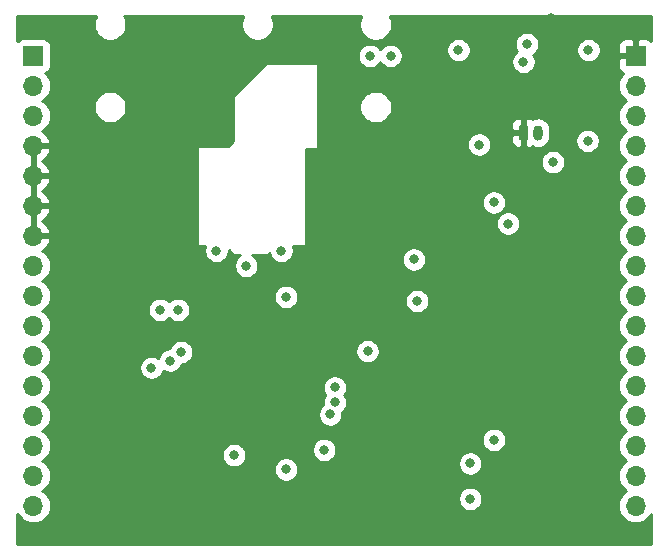
<source format=gbr>
%TF.GenerationSoftware,KiCad,Pcbnew,(5.0.2)-1*%
%TF.CreationDate,2020-07-31T09:38:14+02:00*%
%TF.ProjectId,Multimeter_Watch_Board_V1,4d756c74-696d-4657-9465-725f57617463,rev?*%
%TF.SameCoordinates,Original*%
%TF.FileFunction,Copper,L3,Inr*%
%TF.FilePolarity,Positive*%
%FSLAX46Y46*%
G04 Gerber Fmt 4.6, Leading zero omitted, Abs format (unit mm)*
G04 Created by KiCad (PCBNEW (5.0.2)-1) date 31.7.2020 9:38:14*
%MOMM*%
%LPD*%
G01*
G04 APERTURE LIST*
%TA.AperFunction,ViaPad*%
%ADD10O,1.700000X1.700000*%
%TD*%
%TA.AperFunction,ViaPad*%
%ADD11R,1.700000X1.700000*%
%TD*%
%TA.AperFunction,ViaPad*%
%ADD12O,0.800000X1.300000*%
%TD*%
%TA.AperFunction,Conductor*%
%ADD13C,0.100000*%
%TD*%
%TA.AperFunction,ViaPad*%
%ADD14C,0.800000*%
%TD*%
%TA.AperFunction,Conductor*%
%ADD15C,0.254000*%
%TD*%
G04 APERTURE END LIST*
D10*
%TO.N,/SDA*%
%TO.C,J4*%
X153000000Y-92100000D03*
%TO.N,/SCL*%
X153000000Y-89560000D03*
%TO.N,/PE5*%
X153000000Y-87020000D03*
%TO.N,/SWC*%
X153000000Y-84480000D03*
%TO.N,/SWD*%
X153000000Y-81940000D03*
%TO.N,/SDA*%
X153000000Y-79400000D03*
%TO.N,/SCL*%
X153000000Y-76860000D03*
%TO.N,/ADC6*%
X153000000Y-74320000D03*
%TO.N,/ADC11*%
X153000000Y-71780000D03*
%TO.N,/ADC3*%
X153000000Y-69240000D03*
%TO.N,/VCC_HALF*%
X153000000Y-66700000D03*
%TO.N,/RESET*%
X153000000Y-64160000D03*
%TO.N,/GND*%
X153000000Y-61620000D03*
%TO.N,/PB6*%
X153000000Y-59080000D03*
%TO.N,/PB7*%
X153000000Y-56540000D03*
D11*
%TO.N,/VCC*%
X153000000Y-54000000D03*
%TD*%
D12*
%TO.N,/GND*%
%TO.C,BT1*%
X144750000Y-60500000D03*
D13*
%TO.N,/VCC*%
G36*
X143719603Y-59850963D02*
X143739018Y-59853843D01*
X143758057Y-59858612D01*
X143776537Y-59865224D01*
X143794279Y-59873616D01*
X143811114Y-59883706D01*
X143826879Y-59895398D01*
X143841421Y-59908579D01*
X143854602Y-59923121D01*
X143866294Y-59938886D01*
X143876384Y-59955721D01*
X143884776Y-59973463D01*
X143891388Y-59991943D01*
X143896157Y-60010982D01*
X143899037Y-60030397D01*
X143900000Y-60050000D01*
X143900000Y-60950000D01*
X143899037Y-60969603D01*
X143896157Y-60989018D01*
X143891388Y-61008057D01*
X143884776Y-61026537D01*
X143876384Y-61044279D01*
X143866294Y-61061114D01*
X143854602Y-61076879D01*
X143841421Y-61091421D01*
X143826879Y-61104602D01*
X143811114Y-61116294D01*
X143794279Y-61126384D01*
X143776537Y-61134776D01*
X143758057Y-61141388D01*
X143739018Y-61146157D01*
X143719603Y-61149037D01*
X143700000Y-61150000D01*
X143300000Y-61150000D01*
X143280397Y-61149037D01*
X143260982Y-61146157D01*
X143241943Y-61141388D01*
X143223463Y-61134776D01*
X143205721Y-61126384D01*
X143188886Y-61116294D01*
X143173121Y-61104602D01*
X143158579Y-61091421D01*
X143145398Y-61076879D01*
X143133706Y-61061114D01*
X143123616Y-61044279D01*
X143115224Y-61026537D01*
X143108612Y-61008057D01*
X143103843Y-60989018D01*
X143100963Y-60969603D01*
X143100000Y-60950000D01*
X143100000Y-60050000D01*
X143100963Y-60030397D01*
X143103843Y-60010982D01*
X143108612Y-59991943D01*
X143115224Y-59973463D01*
X143123616Y-59955721D01*
X143133706Y-59938886D01*
X143145398Y-59923121D01*
X143158579Y-59908579D01*
X143173121Y-59895398D01*
X143188886Y-59883706D01*
X143205721Y-59873616D01*
X143223463Y-59865224D01*
X143241943Y-59858612D01*
X143260982Y-59853843D01*
X143280397Y-59850963D01*
X143300000Y-59850000D01*
X143700000Y-59850000D01*
X143719603Y-59850963D01*
X143719603Y-59850963D01*
G37*
D14*
X143500000Y-60500000D03*
%TD*%
D10*
%TO.N,/PD3*%
%TO.C,J5*%
X102000000Y-92100000D03*
%TO.N,/PD2*%
X102000000Y-89560000D03*
%TO.N,/PE4*%
X102000000Y-87020000D03*
%TO.N,/GND*%
X102000000Y-84480000D03*
X102000000Y-81940000D03*
X102000000Y-79400000D03*
X102000000Y-76860000D03*
%TO.N,/D1*%
X102000000Y-74320000D03*
%TO.N,/D0*%
X102000000Y-71780000D03*
%TO.N,/VCC*%
X102000000Y-69240000D03*
X102000000Y-66700000D03*
X102000000Y-64160000D03*
X102000000Y-61620000D03*
%TO.N,/PD5*%
X102000000Y-59080000D03*
%TO.N,/PD6*%
X102000000Y-56540000D03*
D11*
%TO.N,/GND*%
X102000000Y-54000000D03*
%TD*%
D14*
%TO.N,/ADC11*%
X134222266Y-71229425D03*
%TO.N,/ADC2*%
X138000000Y-53500000D03*
X130500000Y-54000000D03*
X114250000Y-75500000D03*
%TO.N,/ADC3*%
X132250000Y-54000000D03*
X112750000Y-75500000D03*
X139750000Y-61500000D03*
X146000000Y-63000000D03*
%TO.N,/RESET*%
X112000000Y-80400000D03*
%TO.N,/SDA*%
X113600000Y-79800000D03*
%TO.N,/SCL*%
X114531458Y-79068542D03*
%TO.N,/SWD*%
X120034000Y-71780000D03*
%TO.N,/ADC6*%
X134500000Y-74750000D03*
%TO.N,/SWC*%
X123400000Y-74400000D03*
%TO.N,/PB0*%
X123000000Y-70500000D03*
X130299998Y-79000000D03*
%TO.N,/VCC*%
X144500000Y-88000000D03*
X148971000Y-59436000D03*
X145800000Y-50800000D03*
X122200000Y-90200000D03*
X111500000Y-74000000D03*
%TO.N,/PE4*%
X119000000Y-87800000D03*
%TO.N,Net-(R16-Pad2)*%
X149000000Y-53500000D03*
%TO.N,/GND*%
X139000000Y-91500000D03*
X148941452Y-61184452D03*
X143500000Y-54500000D03*
X123400000Y-89000000D03*
X139000000Y-88500000D03*
X141000000Y-86500000D03*
%TO.N,Net-(R13-Pad2)*%
X143800000Y-53000000D03*
%TO.N,/PD7*%
X117500000Y-70500000D03*
X127527000Y-82067000D03*
%TO.N,/PD6*%
X127527004Y-83337000D03*
%TO.N,/PD5*%
X127145996Y-84353000D03*
%TO.N,/PB7*%
X141000000Y-66400000D03*
%TO.N,/PB6*%
X142200000Y-68200000D03*
%TO.N,/PE5*%
X126638000Y-87362010D03*
%TD*%
D15*
%TO.N,/VCC*%
G36*
X107272629Y-50668957D02*
X107168225Y-50921011D01*
X107115000Y-51188589D01*
X107115000Y-51461411D01*
X107168225Y-51728989D01*
X107272629Y-51981043D01*
X107424201Y-52207886D01*
X107617114Y-52400799D01*
X107843957Y-52552371D01*
X108096011Y-52656775D01*
X108363589Y-52710000D01*
X108636411Y-52710000D01*
X108903989Y-52656775D01*
X109156043Y-52552371D01*
X109382886Y-52400799D01*
X109575799Y-52207886D01*
X109727371Y-51981043D01*
X109831775Y-51728989D01*
X109885000Y-51461411D01*
X109885000Y-51188589D01*
X109831775Y-50921011D01*
X109727371Y-50668957D01*
X109721386Y-50660000D01*
X119778614Y-50660000D01*
X119772629Y-50668957D01*
X119668225Y-50921011D01*
X119615000Y-51188589D01*
X119615000Y-51461411D01*
X119668225Y-51728989D01*
X119772629Y-51981043D01*
X119924201Y-52207886D01*
X120117114Y-52400799D01*
X120343957Y-52552371D01*
X120596011Y-52656775D01*
X120863589Y-52710000D01*
X121136411Y-52710000D01*
X121403989Y-52656775D01*
X121656043Y-52552371D01*
X121882886Y-52400799D01*
X122075799Y-52207886D01*
X122227371Y-51981043D01*
X122331775Y-51728989D01*
X122385000Y-51461411D01*
X122385000Y-51188589D01*
X122331775Y-50921011D01*
X122227371Y-50668957D01*
X122221386Y-50660000D01*
X129778614Y-50660000D01*
X129772629Y-50668957D01*
X129668225Y-50921011D01*
X129615000Y-51188589D01*
X129615000Y-51461411D01*
X129668225Y-51728989D01*
X129772629Y-51981043D01*
X129924201Y-52207886D01*
X130117114Y-52400799D01*
X130343957Y-52552371D01*
X130596011Y-52656775D01*
X130863589Y-52710000D01*
X131136411Y-52710000D01*
X131403989Y-52656775D01*
X131656043Y-52552371D01*
X131882886Y-52400799D01*
X132075799Y-52207886D01*
X132227371Y-51981043D01*
X132331775Y-51728989D01*
X132385000Y-51461411D01*
X132385000Y-51188589D01*
X132331775Y-50921011D01*
X132227371Y-50668957D01*
X132221386Y-50660000D01*
X154340000Y-50660000D01*
X154340000Y-52741974D01*
X154254789Y-52656763D01*
X154150785Y-52587270D01*
X154035223Y-52539403D01*
X153912542Y-52515000D01*
X153285750Y-52515000D01*
X153127000Y-52673750D01*
X153127000Y-53873000D01*
X153147000Y-53873000D01*
X153147000Y-54127000D01*
X153127000Y-54127000D01*
X153127000Y-54147000D01*
X152873000Y-54147000D01*
X152873000Y-54127000D01*
X151673750Y-54127000D01*
X151515000Y-54285750D01*
X151515000Y-54912542D01*
X151539403Y-55035223D01*
X151587270Y-55150785D01*
X151656763Y-55254789D01*
X151745211Y-55343237D01*
X151849215Y-55412730D01*
X151964777Y-55460597D01*
X151972553Y-55462144D01*
X151944866Y-55484866D01*
X151759294Y-55710986D01*
X151621401Y-55968966D01*
X151536487Y-56248889D01*
X151507815Y-56540000D01*
X151536487Y-56831111D01*
X151621401Y-57111034D01*
X151759294Y-57369014D01*
X151944866Y-57595134D01*
X152170986Y-57780706D01*
X152225791Y-57810000D01*
X152170986Y-57839294D01*
X151944866Y-58024866D01*
X151759294Y-58250986D01*
X151621401Y-58508966D01*
X151536487Y-58788889D01*
X151507815Y-59080000D01*
X151536487Y-59371111D01*
X151621401Y-59651034D01*
X151759294Y-59909014D01*
X151944866Y-60135134D01*
X152170986Y-60320706D01*
X152225791Y-60350000D01*
X152170986Y-60379294D01*
X151944866Y-60564866D01*
X151759294Y-60790986D01*
X151621401Y-61048966D01*
X151536487Y-61328889D01*
X151507815Y-61620000D01*
X151536487Y-61911111D01*
X151621401Y-62191034D01*
X151759294Y-62449014D01*
X151944866Y-62675134D01*
X152170986Y-62860706D01*
X152225791Y-62890000D01*
X152170986Y-62919294D01*
X151944866Y-63104866D01*
X151759294Y-63330986D01*
X151621401Y-63588966D01*
X151536487Y-63868889D01*
X151507815Y-64160000D01*
X151536487Y-64451111D01*
X151621401Y-64731034D01*
X151759294Y-64989014D01*
X151944866Y-65215134D01*
X152170986Y-65400706D01*
X152225791Y-65430000D01*
X152170986Y-65459294D01*
X151944866Y-65644866D01*
X151759294Y-65870986D01*
X151621401Y-66128966D01*
X151536487Y-66408889D01*
X151507815Y-66700000D01*
X151536487Y-66991111D01*
X151621401Y-67271034D01*
X151759294Y-67529014D01*
X151944866Y-67755134D01*
X152170986Y-67940706D01*
X152225791Y-67970000D01*
X152170986Y-67999294D01*
X151944866Y-68184866D01*
X151759294Y-68410986D01*
X151621401Y-68668966D01*
X151536487Y-68948889D01*
X151507815Y-69240000D01*
X151536487Y-69531111D01*
X151621401Y-69811034D01*
X151759294Y-70069014D01*
X151944866Y-70295134D01*
X152170986Y-70480706D01*
X152225791Y-70510000D01*
X152170986Y-70539294D01*
X151944866Y-70724866D01*
X151759294Y-70950986D01*
X151621401Y-71208966D01*
X151536487Y-71488889D01*
X151507815Y-71780000D01*
X151536487Y-72071111D01*
X151621401Y-72351034D01*
X151759294Y-72609014D01*
X151944866Y-72835134D01*
X152170986Y-73020706D01*
X152225791Y-73050000D01*
X152170986Y-73079294D01*
X151944866Y-73264866D01*
X151759294Y-73490986D01*
X151621401Y-73748966D01*
X151536487Y-74028889D01*
X151507815Y-74320000D01*
X151536487Y-74611111D01*
X151621401Y-74891034D01*
X151759294Y-75149014D01*
X151944866Y-75375134D01*
X152170986Y-75560706D01*
X152225791Y-75590000D01*
X152170986Y-75619294D01*
X151944866Y-75804866D01*
X151759294Y-76030986D01*
X151621401Y-76288966D01*
X151536487Y-76568889D01*
X151507815Y-76860000D01*
X151536487Y-77151111D01*
X151621401Y-77431034D01*
X151759294Y-77689014D01*
X151944866Y-77915134D01*
X152170986Y-78100706D01*
X152225791Y-78130000D01*
X152170986Y-78159294D01*
X151944866Y-78344866D01*
X151759294Y-78570986D01*
X151621401Y-78828966D01*
X151536487Y-79108889D01*
X151507815Y-79400000D01*
X151536487Y-79691111D01*
X151621401Y-79971034D01*
X151759294Y-80229014D01*
X151944866Y-80455134D01*
X152170986Y-80640706D01*
X152225791Y-80670000D01*
X152170986Y-80699294D01*
X151944866Y-80884866D01*
X151759294Y-81110986D01*
X151621401Y-81368966D01*
X151536487Y-81648889D01*
X151507815Y-81940000D01*
X151536487Y-82231111D01*
X151621401Y-82511034D01*
X151759294Y-82769014D01*
X151944866Y-82995134D01*
X152170986Y-83180706D01*
X152225791Y-83210000D01*
X152170986Y-83239294D01*
X151944866Y-83424866D01*
X151759294Y-83650986D01*
X151621401Y-83908966D01*
X151536487Y-84188889D01*
X151507815Y-84480000D01*
X151536487Y-84771111D01*
X151621401Y-85051034D01*
X151759294Y-85309014D01*
X151944866Y-85535134D01*
X152170986Y-85720706D01*
X152225791Y-85750000D01*
X152170986Y-85779294D01*
X151944866Y-85964866D01*
X151759294Y-86190986D01*
X151621401Y-86448966D01*
X151536487Y-86728889D01*
X151507815Y-87020000D01*
X151536487Y-87311111D01*
X151621401Y-87591034D01*
X151759294Y-87849014D01*
X151944866Y-88075134D01*
X152170986Y-88260706D01*
X152225791Y-88290000D01*
X152170986Y-88319294D01*
X151944866Y-88504866D01*
X151759294Y-88730986D01*
X151621401Y-88988966D01*
X151536487Y-89268889D01*
X151507815Y-89560000D01*
X151536487Y-89851111D01*
X151621401Y-90131034D01*
X151759294Y-90389014D01*
X151944866Y-90615134D01*
X152170986Y-90800706D01*
X152225791Y-90830000D01*
X152170986Y-90859294D01*
X151944866Y-91044866D01*
X151759294Y-91270986D01*
X151621401Y-91528966D01*
X151536487Y-91808889D01*
X151507815Y-92100000D01*
X151536487Y-92391111D01*
X151621401Y-92671034D01*
X151759294Y-92929014D01*
X151944866Y-93155134D01*
X152170986Y-93340706D01*
X152428966Y-93478599D01*
X152708889Y-93563513D01*
X152927050Y-93585000D01*
X153072950Y-93585000D01*
X153291111Y-93563513D01*
X153571034Y-93478599D01*
X153829014Y-93340706D01*
X154055134Y-93155134D01*
X154240706Y-92929014D01*
X154340001Y-92743246D01*
X154340001Y-95340000D01*
X100660000Y-95340000D01*
X100660000Y-92743248D01*
X100759294Y-92929014D01*
X100944866Y-93155134D01*
X101170986Y-93340706D01*
X101428966Y-93478599D01*
X101708889Y-93563513D01*
X101927050Y-93585000D01*
X102072950Y-93585000D01*
X102291111Y-93563513D01*
X102571034Y-93478599D01*
X102829014Y-93340706D01*
X103055134Y-93155134D01*
X103240706Y-92929014D01*
X103378599Y-92671034D01*
X103463513Y-92391111D01*
X103492185Y-92100000D01*
X103463513Y-91808889D01*
X103378599Y-91528966D01*
X103308629Y-91398061D01*
X137965000Y-91398061D01*
X137965000Y-91601939D01*
X138004774Y-91801898D01*
X138082795Y-91990256D01*
X138196063Y-92159774D01*
X138340226Y-92303937D01*
X138509744Y-92417205D01*
X138698102Y-92495226D01*
X138898061Y-92535000D01*
X139101939Y-92535000D01*
X139301898Y-92495226D01*
X139490256Y-92417205D01*
X139659774Y-92303937D01*
X139803937Y-92159774D01*
X139917205Y-91990256D01*
X139995226Y-91801898D01*
X140035000Y-91601939D01*
X140035000Y-91398061D01*
X139995226Y-91198102D01*
X139917205Y-91009744D01*
X139803937Y-90840226D01*
X139659774Y-90696063D01*
X139490256Y-90582795D01*
X139301898Y-90504774D01*
X139101939Y-90465000D01*
X138898061Y-90465000D01*
X138698102Y-90504774D01*
X138509744Y-90582795D01*
X138340226Y-90696063D01*
X138196063Y-90840226D01*
X138082795Y-91009744D01*
X138004774Y-91198102D01*
X137965000Y-91398061D01*
X103308629Y-91398061D01*
X103240706Y-91270986D01*
X103055134Y-91044866D01*
X102829014Y-90859294D01*
X102774209Y-90830000D01*
X102829014Y-90800706D01*
X103055134Y-90615134D01*
X103240706Y-90389014D01*
X103378599Y-90131034D01*
X103463513Y-89851111D01*
X103492185Y-89560000D01*
X103463513Y-89268889D01*
X103378599Y-88988966D01*
X103330010Y-88898061D01*
X122365000Y-88898061D01*
X122365000Y-89101939D01*
X122404774Y-89301898D01*
X122482795Y-89490256D01*
X122596063Y-89659774D01*
X122740226Y-89803937D01*
X122909744Y-89917205D01*
X123098102Y-89995226D01*
X123298061Y-90035000D01*
X123501939Y-90035000D01*
X123701898Y-89995226D01*
X123890256Y-89917205D01*
X124059774Y-89803937D01*
X124203937Y-89659774D01*
X124317205Y-89490256D01*
X124395226Y-89301898D01*
X124435000Y-89101939D01*
X124435000Y-88898061D01*
X124395226Y-88698102D01*
X124317205Y-88509744D01*
X124242582Y-88398061D01*
X137965000Y-88398061D01*
X137965000Y-88601939D01*
X138004774Y-88801898D01*
X138082795Y-88990256D01*
X138196063Y-89159774D01*
X138340226Y-89303937D01*
X138509744Y-89417205D01*
X138698102Y-89495226D01*
X138898061Y-89535000D01*
X139101939Y-89535000D01*
X139301898Y-89495226D01*
X139490256Y-89417205D01*
X139659774Y-89303937D01*
X139803937Y-89159774D01*
X139917205Y-88990256D01*
X139995226Y-88801898D01*
X140035000Y-88601939D01*
X140035000Y-88398061D01*
X139995226Y-88198102D01*
X139917205Y-88009744D01*
X139803937Y-87840226D01*
X139659774Y-87696063D01*
X139490256Y-87582795D01*
X139301898Y-87504774D01*
X139101939Y-87465000D01*
X138898061Y-87465000D01*
X138698102Y-87504774D01*
X138509744Y-87582795D01*
X138340226Y-87696063D01*
X138196063Y-87840226D01*
X138082795Y-88009744D01*
X138004774Y-88198102D01*
X137965000Y-88398061D01*
X124242582Y-88398061D01*
X124203937Y-88340226D01*
X124059774Y-88196063D01*
X123890256Y-88082795D01*
X123701898Y-88004774D01*
X123501939Y-87965000D01*
X123298061Y-87965000D01*
X123098102Y-88004774D01*
X122909744Y-88082795D01*
X122740226Y-88196063D01*
X122596063Y-88340226D01*
X122482795Y-88509744D01*
X122404774Y-88698102D01*
X122365000Y-88898061D01*
X103330010Y-88898061D01*
X103240706Y-88730986D01*
X103055134Y-88504866D01*
X102829014Y-88319294D01*
X102774209Y-88290000D01*
X102829014Y-88260706D01*
X103055134Y-88075134D01*
X103240706Y-87849014D01*
X103321391Y-87698061D01*
X117965000Y-87698061D01*
X117965000Y-87901939D01*
X118004774Y-88101898D01*
X118082795Y-88290256D01*
X118196063Y-88459774D01*
X118340226Y-88603937D01*
X118509744Y-88717205D01*
X118698102Y-88795226D01*
X118898061Y-88835000D01*
X119101939Y-88835000D01*
X119301898Y-88795226D01*
X119490256Y-88717205D01*
X119659774Y-88603937D01*
X119803937Y-88459774D01*
X119917205Y-88290256D01*
X119995226Y-88101898D01*
X120035000Y-87901939D01*
X120035000Y-87698061D01*
X119995226Y-87498102D01*
X119917205Y-87309744D01*
X119884015Y-87260071D01*
X125603000Y-87260071D01*
X125603000Y-87463949D01*
X125642774Y-87663908D01*
X125720795Y-87852266D01*
X125834063Y-88021784D01*
X125978226Y-88165947D01*
X126147744Y-88279215D01*
X126336102Y-88357236D01*
X126536061Y-88397010D01*
X126739939Y-88397010D01*
X126939898Y-88357236D01*
X127128256Y-88279215D01*
X127297774Y-88165947D01*
X127441937Y-88021784D01*
X127555205Y-87852266D01*
X127633226Y-87663908D01*
X127673000Y-87463949D01*
X127673000Y-87260071D01*
X127633226Y-87060112D01*
X127555205Y-86871754D01*
X127441937Y-86702236D01*
X127297774Y-86558073D01*
X127128256Y-86444805D01*
X127015407Y-86398061D01*
X139965000Y-86398061D01*
X139965000Y-86601939D01*
X140004774Y-86801898D01*
X140082795Y-86990256D01*
X140196063Y-87159774D01*
X140340226Y-87303937D01*
X140509744Y-87417205D01*
X140698102Y-87495226D01*
X140898061Y-87535000D01*
X141101939Y-87535000D01*
X141301898Y-87495226D01*
X141490256Y-87417205D01*
X141659774Y-87303937D01*
X141803937Y-87159774D01*
X141917205Y-86990256D01*
X141995226Y-86801898D01*
X142035000Y-86601939D01*
X142035000Y-86398061D01*
X141995226Y-86198102D01*
X141917205Y-86009744D01*
X141803937Y-85840226D01*
X141659774Y-85696063D01*
X141490256Y-85582795D01*
X141301898Y-85504774D01*
X141101939Y-85465000D01*
X140898061Y-85465000D01*
X140698102Y-85504774D01*
X140509744Y-85582795D01*
X140340226Y-85696063D01*
X140196063Y-85840226D01*
X140082795Y-86009744D01*
X140004774Y-86198102D01*
X139965000Y-86398061D01*
X127015407Y-86398061D01*
X126939898Y-86366784D01*
X126739939Y-86327010D01*
X126536061Y-86327010D01*
X126336102Y-86366784D01*
X126147744Y-86444805D01*
X125978226Y-86558073D01*
X125834063Y-86702236D01*
X125720795Y-86871754D01*
X125642774Y-87060112D01*
X125603000Y-87260071D01*
X119884015Y-87260071D01*
X119803937Y-87140226D01*
X119659774Y-86996063D01*
X119490256Y-86882795D01*
X119301898Y-86804774D01*
X119101939Y-86765000D01*
X118898061Y-86765000D01*
X118698102Y-86804774D01*
X118509744Y-86882795D01*
X118340226Y-86996063D01*
X118196063Y-87140226D01*
X118082795Y-87309744D01*
X118004774Y-87498102D01*
X117965000Y-87698061D01*
X103321391Y-87698061D01*
X103378599Y-87591034D01*
X103463513Y-87311111D01*
X103492185Y-87020000D01*
X103463513Y-86728889D01*
X103378599Y-86448966D01*
X103240706Y-86190986D01*
X103055134Y-85964866D01*
X102829014Y-85779294D01*
X102774209Y-85750000D01*
X102829014Y-85720706D01*
X103055134Y-85535134D01*
X103240706Y-85309014D01*
X103378599Y-85051034D01*
X103463513Y-84771111D01*
X103492185Y-84480000D01*
X103469637Y-84251061D01*
X126110996Y-84251061D01*
X126110996Y-84454939D01*
X126150770Y-84654898D01*
X126228791Y-84843256D01*
X126342059Y-85012774D01*
X126486222Y-85156937D01*
X126655740Y-85270205D01*
X126844098Y-85348226D01*
X127044057Y-85388000D01*
X127247935Y-85388000D01*
X127447894Y-85348226D01*
X127636252Y-85270205D01*
X127805770Y-85156937D01*
X127949933Y-85012774D01*
X128063201Y-84843256D01*
X128141222Y-84654898D01*
X128180996Y-84454939D01*
X128180996Y-84251061D01*
X128162339Y-84157266D01*
X128186778Y-84140937D01*
X128330941Y-83996774D01*
X128444209Y-83827256D01*
X128522230Y-83638898D01*
X128562004Y-83438939D01*
X128562004Y-83235061D01*
X128522230Y-83035102D01*
X128444209Y-82846744D01*
X128347492Y-82701997D01*
X128444205Y-82557256D01*
X128522226Y-82368898D01*
X128562000Y-82168939D01*
X128562000Y-81965061D01*
X128522226Y-81765102D01*
X128444205Y-81576744D01*
X128330937Y-81407226D01*
X128186774Y-81263063D01*
X128017256Y-81149795D01*
X127828898Y-81071774D01*
X127628939Y-81032000D01*
X127425061Y-81032000D01*
X127225102Y-81071774D01*
X127036744Y-81149795D01*
X126867226Y-81263063D01*
X126723063Y-81407226D01*
X126609795Y-81576744D01*
X126531774Y-81765102D01*
X126492000Y-81965061D01*
X126492000Y-82168939D01*
X126531774Y-82368898D01*
X126609795Y-82557256D01*
X126706512Y-82702003D01*
X126609799Y-82846744D01*
X126531778Y-83035102D01*
X126492004Y-83235061D01*
X126492004Y-83438939D01*
X126510661Y-83532734D01*
X126486222Y-83549063D01*
X126342059Y-83693226D01*
X126228791Y-83862744D01*
X126150770Y-84051102D01*
X126110996Y-84251061D01*
X103469637Y-84251061D01*
X103463513Y-84188889D01*
X103378599Y-83908966D01*
X103240706Y-83650986D01*
X103055134Y-83424866D01*
X102829014Y-83239294D01*
X102774209Y-83210000D01*
X102829014Y-83180706D01*
X103055134Y-82995134D01*
X103240706Y-82769014D01*
X103378599Y-82511034D01*
X103463513Y-82231111D01*
X103492185Y-81940000D01*
X103463513Y-81648889D01*
X103378599Y-81368966D01*
X103240706Y-81110986D01*
X103055134Y-80884866D01*
X102829014Y-80699294D01*
X102774209Y-80670000D01*
X102829014Y-80640706D01*
X103055134Y-80455134D01*
X103184040Y-80298061D01*
X110965000Y-80298061D01*
X110965000Y-80501939D01*
X111004774Y-80701898D01*
X111082795Y-80890256D01*
X111196063Y-81059774D01*
X111340226Y-81203937D01*
X111509744Y-81317205D01*
X111698102Y-81395226D01*
X111898061Y-81435000D01*
X112101939Y-81435000D01*
X112301898Y-81395226D01*
X112490256Y-81317205D01*
X112659774Y-81203937D01*
X112803937Y-81059774D01*
X112917205Y-80890256D01*
X112995226Y-80701898D01*
X113005973Y-80647868D01*
X113109744Y-80717205D01*
X113298102Y-80795226D01*
X113498061Y-80835000D01*
X113701939Y-80835000D01*
X113901898Y-80795226D01*
X114090256Y-80717205D01*
X114259774Y-80603937D01*
X114403937Y-80459774D01*
X114517205Y-80290256D01*
X114594545Y-80103542D01*
X114633397Y-80103542D01*
X114833356Y-80063768D01*
X115021714Y-79985747D01*
X115191232Y-79872479D01*
X115335395Y-79728316D01*
X115448663Y-79558798D01*
X115526684Y-79370440D01*
X115566458Y-79170481D01*
X115566458Y-78966603D01*
X115552825Y-78898061D01*
X129264998Y-78898061D01*
X129264998Y-79101939D01*
X129304772Y-79301898D01*
X129382793Y-79490256D01*
X129496061Y-79659774D01*
X129640224Y-79803937D01*
X129809742Y-79917205D01*
X129998100Y-79995226D01*
X130198059Y-80035000D01*
X130401937Y-80035000D01*
X130601896Y-79995226D01*
X130790254Y-79917205D01*
X130959772Y-79803937D01*
X131103935Y-79659774D01*
X131217203Y-79490256D01*
X131295224Y-79301898D01*
X131334998Y-79101939D01*
X131334998Y-78898061D01*
X131295224Y-78698102D01*
X131217203Y-78509744D01*
X131103935Y-78340226D01*
X130959772Y-78196063D01*
X130790254Y-78082795D01*
X130601896Y-78004774D01*
X130401937Y-77965000D01*
X130198059Y-77965000D01*
X129998100Y-78004774D01*
X129809742Y-78082795D01*
X129640224Y-78196063D01*
X129496061Y-78340226D01*
X129382793Y-78509744D01*
X129304772Y-78698102D01*
X129264998Y-78898061D01*
X115552825Y-78898061D01*
X115526684Y-78766644D01*
X115448663Y-78578286D01*
X115335395Y-78408768D01*
X115191232Y-78264605D01*
X115021714Y-78151337D01*
X114833356Y-78073316D01*
X114633397Y-78033542D01*
X114429519Y-78033542D01*
X114229560Y-78073316D01*
X114041202Y-78151337D01*
X113871684Y-78264605D01*
X113727521Y-78408768D01*
X113614253Y-78578286D01*
X113536913Y-78765000D01*
X113498061Y-78765000D01*
X113298102Y-78804774D01*
X113109744Y-78882795D01*
X112940226Y-78996063D01*
X112796063Y-79140226D01*
X112682795Y-79309744D01*
X112604774Y-79498102D01*
X112594027Y-79552132D01*
X112490256Y-79482795D01*
X112301898Y-79404774D01*
X112101939Y-79365000D01*
X111898061Y-79365000D01*
X111698102Y-79404774D01*
X111509744Y-79482795D01*
X111340226Y-79596063D01*
X111196063Y-79740226D01*
X111082795Y-79909744D01*
X111004774Y-80098102D01*
X110965000Y-80298061D01*
X103184040Y-80298061D01*
X103240706Y-80229014D01*
X103378599Y-79971034D01*
X103463513Y-79691111D01*
X103492185Y-79400000D01*
X103463513Y-79108889D01*
X103378599Y-78828966D01*
X103240706Y-78570986D01*
X103055134Y-78344866D01*
X102829014Y-78159294D01*
X102774209Y-78130000D01*
X102829014Y-78100706D01*
X103055134Y-77915134D01*
X103240706Y-77689014D01*
X103378599Y-77431034D01*
X103463513Y-77151111D01*
X103492185Y-76860000D01*
X103463513Y-76568889D01*
X103378599Y-76288966D01*
X103240706Y-76030986D01*
X103055134Y-75804866D01*
X102829014Y-75619294D01*
X102774209Y-75590000D01*
X102829014Y-75560706D01*
X103027197Y-75398061D01*
X111715000Y-75398061D01*
X111715000Y-75601939D01*
X111754774Y-75801898D01*
X111832795Y-75990256D01*
X111946063Y-76159774D01*
X112090226Y-76303937D01*
X112259744Y-76417205D01*
X112448102Y-76495226D01*
X112648061Y-76535000D01*
X112851939Y-76535000D01*
X113051898Y-76495226D01*
X113240256Y-76417205D01*
X113409774Y-76303937D01*
X113500000Y-76213711D01*
X113590226Y-76303937D01*
X113759744Y-76417205D01*
X113948102Y-76495226D01*
X114148061Y-76535000D01*
X114351939Y-76535000D01*
X114551898Y-76495226D01*
X114740256Y-76417205D01*
X114909774Y-76303937D01*
X115053937Y-76159774D01*
X115167205Y-75990256D01*
X115245226Y-75801898D01*
X115285000Y-75601939D01*
X115285000Y-75398061D01*
X115245226Y-75198102D01*
X115167205Y-75009744D01*
X115053937Y-74840226D01*
X114909774Y-74696063D01*
X114740256Y-74582795D01*
X114551898Y-74504774D01*
X114351939Y-74465000D01*
X114148061Y-74465000D01*
X113948102Y-74504774D01*
X113759744Y-74582795D01*
X113590226Y-74696063D01*
X113500000Y-74786289D01*
X113409774Y-74696063D01*
X113240256Y-74582795D01*
X113051898Y-74504774D01*
X112851939Y-74465000D01*
X112648061Y-74465000D01*
X112448102Y-74504774D01*
X112259744Y-74582795D01*
X112090226Y-74696063D01*
X111946063Y-74840226D01*
X111832795Y-75009744D01*
X111754774Y-75198102D01*
X111715000Y-75398061D01*
X103027197Y-75398061D01*
X103055134Y-75375134D01*
X103240706Y-75149014D01*
X103378599Y-74891034D01*
X103463513Y-74611111D01*
X103492185Y-74320000D01*
X103490025Y-74298061D01*
X122365000Y-74298061D01*
X122365000Y-74501939D01*
X122404774Y-74701898D01*
X122482795Y-74890256D01*
X122596063Y-75059774D01*
X122740226Y-75203937D01*
X122909744Y-75317205D01*
X123098102Y-75395226D01*
X123298061Y-75435000D01*
X123501939Y-75435000D01*
X123701898Y-75395226D01*
X123890256Y-75317205D01*
X124059774Y-75203937D01*
X124203937Y-75059774D01*
X124317205Y-74890256D01*
X124395226Y-74701898D01*
X124405934Y-74648061D01*
X133465000Y-74648061D01*
X133465000Y-74851939D01*
X133504774Y-75051898D01*
X133582795Y-75240256D01*
X133696063Y-75409774D01*
X133840226Y-75553937D01*
X134009744Y-75667205D01*
X134198102Y-75745226D01*
X134398061Y-75785000D01*
X134601939Y-75785000D01*
X134801898Y-75745226D01*
X134990256Y-75667205D01*
X135159774Y-75553937D01*
X135303937Y-75409774D01*
X135417205Y-75240256D01*
X135495226Y-75051898D01*
X135535000Y-74851939D01*
X135535000Y-74648061D01*
X135495226Y-74448102D01*
X135417205Y-74259744D01*
X135303937Y-74090226D01*
X135159774Y-73946063D01*
X134990256Y-73832795D01*
X134801898Y-73754774D01*
X134601939Y-73715000D01*
X134398061Y-73715000D01*
X134198102Y-73754774D01*
X134009744Y-73832795D01*
X133840226Y-73946063D01*
X133696063Y-74090226D01*
X133582795Y-74259744D01*
X133504774Y-74448102D01*
X133465000Y-74648061D01*
X124405934Y-74648061D01*
X124435000Y-74501939D01*
X124435000Y-74298061D01*
X124395226Y-74098102D01*
X124317205Y-73909744D01*
X124203937Y-73740226D01*
X124059774Y-73596063D01*
X123890256Y-73482795D01*
X123701898Y-73404774D01*
X123501939Y-73365000D01*
X123298061Y-73365000D01*
X123098102Y-73404774D01*
X122909744Y-73482795D01*
X122740226Y-73596063D01*
X122596063Y-73740226D01*
X122482795Y-73909744D01*
X122404774Y-74098102D01*
X122365000Y-74298061D01*
X103490025Y-74298061D01*
X103463513Y-74028889D01*
X103378599Y-73748966D01*
X103240706Y-73490986D01*
X103055134Y-73264866D01*
X102829014Y-73079294D01*
X102774209Y-73050000D01*
X102829014Y-73020706D01*
X103055134Y-72835134D01*
X103240706Y-72609014D01*
X103378599Y-72351034D01*
X103463513Y-72071111D01*
X103492185Y-71780000D01*
X103463513Y-71488889D01*
X103378599Y-71208966D01*
X103240706Y-70950986D01*
X103055134Y-70724866D01*
X102829014Y-70539294D01*
X102764477Y-70504799D01*
X102881355Y-70435178D01*
X103097588Y-70240269D01*
X103271641Y-70006920D01*
X103396825Y-69744099D01*
X103441476Y-69596890D01*
X103320155Y-69367000D01*
X102127000Y-69367000D01*
X102127000Y-69387000D01*
X101873000Y-69387000D01*
X101873000Y-69367000D01*
X101853000Y-69367000D01*
X101853000Y-69113000D01*
X101873000Y-69113000D01*
X101873000Y-66827000D01*
X102127000Y-66827000D01*
X102127000Y-69113000D01*
X103320155Y-69113000D01*
X103441476Y-68883110D01*
X103396825Y-68735901D01*
X103271641Y-68473080D01*
X103097588Y-68239731D01*
X102881355Y-68044822D01*
X102755745Y-67970000D01*
X102881355Y-67895178D01*
X103097588Y-67700269D01*
X103271641Y-67466920D01*
X103396825Y-67204099D01*
X103441476Y-67056890D01*
X103320155Y-66827000D01*
X102127000Y-66827000D01*
X101873000Y-66827000D01*
X101853000Y-66827000D01*
X101853000Y-66573000D01*
X101873000Y-66573000D01*
X101873000Y-64287000D01*
X102127000Y-64287000D01*
X102127000Y-66573000D01*
X103320155Y-66573000D01*
X103441476Y-66343110D01*
X103396825Y-66195901D01*
X103271641Y-65933080D01*
X103097588Y-65699731D01*
X102881355Y-65504822D01*
X102755745Y-65430000D01*
X102881355Y-65355178D01*
X103097588Y-65160269D01*
X103271641Y-64926920D01*
X103396825Y-64664099D01*
X103441476Y-64516890D01*
X103320155Y-64287000D01*
X102127000Y-64287000D01*
X101873000Y-64287000D01*
X101853000Y-64287000D01*
X101853000Y-64033000D01*
X101873000Y-64033000D01*
X101873000Y-61747000D01*
X102127000Y-61747000D01*
X102127000Y-64033000D01*
X103320155Y-64033000D01*
X103441476Y-63803110D01*
X103396825Y-63655901D01*
X103271641Y-63393080D01*
X103097588Y-63159731D01*
X102881355Y-62964822D01*
X102755745Y-62890000D01*
X102881355Y-62815178D01*
X103097588Y-62620269D01*
X103271641Y-62386920D01*
X103396825Y-62124099D01*
X103441476Y-61976890D01*
X103321739Y-61750000D01*
X115873000Y-61750000D01*
X115873000Y-70000000D01*
X115882667Y-70048601D01*
X115910197Y-70089803D01*
X115951399Y-70117333D01*
X116000000Y-70127000D01*
X116534226Y-70127000D01*
X116504774Y-70198102D01*
X116465000Y-70398061D01*
X116465000Y-70601939D01*
X116504774Y-70801898D01*
X116582795Y-70990256D01*
X116696063Y-71159774D01*
X116840226Y-71303937D01*
X117009744Y-71417205D01*
X117198102Y-71495226D01*
X117398061Y-71535000D01*
X117601939Y-71535000D01*
X117801898Y-71495226D01*
X117990256Y-71417205D01*
X118159774Y-71303937D01*
X118303937Y-71159774D01*
X118417205Y-70990256D01*
X118495226Y-70801898D01*
X118535000Y-70601939D01*
X118535000Y-70464606D01*
X118910197Y-70839803D01*
X118951399Y-70867333D01*
X119000000Y-70877000D01*
X119522485Y-70877000D01*
X119374226Y-70976063D01*
X119230063Y-71120226D01*
X119116795Y-71289744D01*
X119038774Y-71478102D01*
X118999000Y-71678061D01*
X118999000Y-71881939D01*
X119038774Y-72081898D01*
X119116795Y-72270256D01*
X119230063Y-72439774D01*
X119374226Y-72583937D01*
X119543744Y-72697205D01*
X119732102Y-72775226D01*
X119932061Y-72815000D01*
X120135939Y-72815000D01*
X120335898Y-72775226D01*
X120524256Y-72697205D01*
X120693774Y-72583937D01*
X120837937Y-72439774D01*
X120951205Y-72270256D01*
X121029226Y-72081898D01*
X121069000Y-71881939D01*
X121069000Y-71678061D01*
X121029226Y-71478102D01*
X120951205Y-71289744D01*
X120837937Y-71120226D01*
X120693774Y-70976063D01*
X120545515Y-70877000D01*
X121750000Y-70877000D01*
X121798601Y-70867333D01*
X121839803Y-70839803D01*
X121983693Y-70695913D01*
X122004774Y-70801898D01*
X122082795Y-70990256D01*
X122196063Y-71159774D01*
X122340226Y-71303937D01*
X122509744Y-71417205D01*
X122698102Y-71495226D01*
X122898061Y-71535000D01*
X123101939Y-71535000D01*
X123301898Y-71495226D01*
X123490256Y-71417205D01*
X123659774Y-71303937D01*
X123803937Y-71159774D01*
X123825511Y-71127486D01*
X133187266Y-71127486D01*
X133187266Y-71331364D01*
X133227040Y-71531323D01*
X133305061Y-71719681D01*
X133418329Y-71889199D01*
X133562492Y-72033362D01*
X133732010Y-72146630D01*
X133920368Y-72224651D01*
X134120327Y-72264425D01*
X134324205Y-72264425D01*
X134524164Y-72224651D01*
X134712522Y-72146630D01*
X134882040Y-72033362D01*
X135026203Y-71889199D01*
X135139471Y-71719681D01*
X135217492Y-71531323D01*
X135257266Y-71331364D01*
X135257266Y-71127486D01*
X135217492Y-70927527D01*
X135139471Y-70739169D01*
X135026203Y-70569651D01*
X134882040Y-70425488D01*
X134712522Y-70312220D01*
X134524164Y-70234199D01*
X134324205Y-70194425D01*
X134120327Y-70194425D01*
X133920368Y-70234199D01*
X133732010Y-70312220D01*
X133562492Y-70425488D01*
X133418329Y-70569651D01*
X133305061Y-70739169D01*
X133227040Y-70927527D01*
X133187266Y-71127486D01*
X123825511Y-71127486D01*
X123917205Y-70990256D01*
X123995226Y-70801898D01*
X124035000Y-70601939D01*
X124035000Y-70398061D01*
X123995226Y-70198102D01*
X123965774Y-70127000D01*
X125000000Y-70127000D01*
X125048601Y-70117333D01*
X125089803Y-70089803D01*
X125117333Y-70048601D01*
X125127000Y-70000000D01*
X125127000Y-68098061D01*
X141165000Y-68098061D01*
X141165000Y-68301939D01*
X141204774Y-68501898D01*
X141282795Y-68690256D01*
X141396063Y-68859774D01*
X141540226Y-69003937D01*
X141709744Y-69117205D01*
X141898102Y-69195226D01*
X142098061Y-69235000D01*
X142301939Y-69235000D01*
X142501898Y-69195226D01*
X142690256Y-69117205D01*
X142859774Y-69003937D01*
X143003937Y-68859774D01*
X143117205Y-68690256D01*
X143195226Y-68501898D01*
X143235000Y-68301939D01*
X143235000Y-68098061D01*
X143195226Y-67898102D01*
X143117205Y-67709744D01*
X143003937Y-67540226D01*
X142859774Y-67396063D01*
X142690256Y-67282795D01*
X142501898Y-67204774D01*
X142301939Y-67165000D01*
X142098061Y-67165000D01*
X141898102Y-67204774D01*
X141709744Y-67282795D01*
X141540226Y-67396063D01*
X141396063Y-67540226D01*
X141282795Y-67709744D01*
X141204774Y-67898102D01*
X141165000Y-68098061D01*
X125127000Y-68098061D01*
X125127000Y-66298061D01*
X139965000Y-66298061D01*
X139965000Y-66501939D01*
X140004774Y-66701898D01*
X140082795Y-66890256D01*
X140196063Y-67059774D01*
X140340226Y-67203937D01*
X140509744Y-67317205D01*
X140698102Y-67395226D01*
X140898061Y-67435000D01*
X141101939Y-67435000D01*
X141301898Y-67395226D01*
X141490256Y-67317205D01*
X141659774Y-67203937D01*
X141803937Y-67059774D01*
X141917205Y-66890256D01*
X141995226Y-66701898D01*
X142035000Y-66501939D01*
X142035000Y-66298061D01*
X141995226Y-66098102D01*
X141917205Y-65909744D01*
X141803937Y-65740226D01*
X141659774Y-65596063D01*
X141490256Y-65482795D01*
X141301898Y-65404774D01*
X141101939Y-65365000D01*
X140898061Y-65365000D01*
X140698102Y-65404774D01*
X140509744Y-65482795D01*
X140340226Y-65596063D01*
X140196063Y-65740226D01*
X140082795Y-65909744D01*
X140004774Y-66098102D01*
X139965000Y-66298061D01*
X125127000Y-66298061D01*
X125127000Y-62898061D01*
X144965000Y-62898061D01*
X144965000Y-63101939D01*
X145004774Y-63301898D01*
X145082795Y-63490256D01*
X145196063Y-63659774D01*
X145340226Y-63803937D01*
X145509744Y-63917205D01*
X145698102Y-63995226D01*
X145898061Y-64035000D01*
X146101939Y-64035000D01*
X146301898Y-63995226D01*
X146490256Y-63917205D01*
X146659774Y-63803937D01*
X146803937Y-63659774D01*
X146917205Y-63490256D01*
X146995226Y-63301898D01*
X147035000Y-63101939D01*
X147035000Y-62898061D01*
X146995226Y-62698102D01*
X146917205Y-62509744D01*
X146803937Y-62340226D01*
X146659774Y-62196063D01*
X146490256Y-62082795D01*
X146301898Y-62004774D01*
X146101939Y-61965000D01*
X145898061Y-61965000D01*
X145698102Y-62004774D01*
X145509744Y-62082795D01*
X145340226Y-62196063D01*
X145196063Y-62340226D01*
X145082795Y-62509744D01*
X145004774Y-62698102D01*
X144965000Y-62898061D01*
X125127000Y-62898061D01*
X125127000Y-61877000D01*
X126000000Y-61877000D01*
X126048601Y-61867333D01*
X126089803Y-61839803D01*
X126117333Y-61798601D01*
X126127000Y-61750000D01*
X126127000Y-61398061D01*
X138715000Y-61398061D01*
X138715000Y-61601939D01*
X138754774Y-61801898D01*
X138832795Y-61990256D01*
X138946063Y-62159774D01*
X139090226Y-62303937D01*
X139259744Y-62417205D01*
X139448102Y-62495226D01*
X139648061Y-62535000D01*
X139851939Y-62535000D01*
X140051898Y-62495226D01*
X140240256Y-62417205D01*
X140409774Y-62303937D01*
X140553937Y-62159774D01*
X140667205Y-61990256D01*
X140745226Y-61801898D01*
X140785000Y-61601939D01*
X140785000Y-61398061D01*
X140745226Y-61198102D01*
X140667205Y-61009744D01*
X140553937Y-60840226D01*
X140499461Y-60785750D01*
X142465000Y-60785750D01*
X142465000Y-61212542D01*
X142489403Y-61335223D01*
X142537270Y-61450785D01*
X142606763Y-61554789D01*
X142695211Y-61643237D01*
X142799215Y-61712730D01*
X142914777Y-61760597D01*
X143037458Y-61785000D01*
X143214250Y-61785000D01*
X143373000Y-61626250D01*
X143373000Y-60627000D01*
X142623750Y-60627000D01*
X142465000Y-60785750D01*
X140499461Y-60785750D01*
X140409774Y-60696063D01*
X140240256Y-60582795D01*
X140051898Y-60504774D01*
X139851939Y-60465000D01*
X139648061Y-60465000D01*
X139448102Y-60504774D01*
X139259744Y-60582795D01*
X139090226Y-60696063D01*
X138946063Y-60840226D01*
X138832795Y-61009744D01*
X138754774Y-61198102D01*
X138715000Y-61398061D01*
X126127000Y-61398061D01*
X126127000Y-59787458D01*
X142465000Y-59787458D01*
X142465000Y-60214250D01*
X142623750Y-60373000D01*
X143373000Y-60373000D01*
X143373000Y-59373750D01*
X143627000Y-59373750D01*
X143627000Y-60373000D01*
X143647000Y-60373000D01*
X143647000Y-60627000D01*
X143627000Y-60627000D01*
X143627000Y-61626250D01*
X143785750Y-61785000D01*
X143962542Y-61785000D01*
X144085223Y-61760597D01*
X144200785Y-61712730D01*
X144269564Y-61666774D01*
X144352008Y-61710841D01*
X144547106Y-61770024D01*
X144750000Y-61790007D01*
X144952895Y-61770024D01*
X145147993Y-61710841D01*
X145327797Y-61614734D01*
X145485396Y-61485396D01*
X145614734Y-61327797D01*
X145710841Y-61147992D01*
X145730704Y-61082513D01*
X147906452Y-61082513D01*
X147906452Y-61286391D01*
X147946226Y-61486350D01*
X148024247Y-61674708D01*
X148137515Y-61844226D01*
X148281678Y-61988389D01*
X148451196Y-62101657D01*
X148639554Y-62179678D01*
X148839513Y-62219452D01*
X149043391Y-62219452D01*
X149243350Y-62179678D01*
X149431708Y-62101657D01*
X149601226Y-61988389D01*
X149745389Y-61844226D01*
X149858657Y-61674708D01*
X149936678Y-61486350D01*
X149976452Y-61286391D01*
X149976452Y-61082513D01*
X149936678Y-60882554D01*
X149858657Y-60694196D01*
X149745389Y-60524678D01*
X149601226Y-60380515D01*
X149431708Y-60267247D01*
X149243350Y-60189226D01*
X149043391Y-60149452D01*
X148839513Y-60149452D01*
X148639554Y-60189226D01*
X148451196Y-60267247D01*
X148281678Y-60380515D01*
X148137515Y-60524678D01*
X148024247Y-60694196D01*
X147946226Y-60882554D01*
X147906452Y-61082513D01*
X145730704Y-61082513D01*
X145770024Y-60952894D01*
X145785000Y-60800837D01*
X145785000Y-60199162D01*
X145770024Y-60047105D01*
X145710841Y-59852007D01*
X145614734Y-59672203D01*
X145485396Y-59514604D01*
X145327797Y-59385266D01*
X145147992Y-59289159D01*
X144952894Y-59229976D01*
X144750000Y-59209993D01*
X144547105Y-59229976D01*
X144352007Y-59289159D01*
X144269563Y-59333226D01*
X144200785Y-59287270D01*
X144085223Y-59239403D01*
X143962542Y-59215000D01*
X143785750Y-59215000D01*
X143627000Y-59373750D01*
X143373000Y-59373750D01*
X143214250Y-59215000D01*
X143037458Y-59215000D01*
X142914777Y-59239403D01*
X142799215Y-59287270D01*
X142695211Y-59356763D01*
X142606763Y-59445211D01*
X142537270Y-59549215D01*
X142489403Y-59664777D01*
X142465000Y-59787458D01*
X126127000Y-59787458D01*
X126127000Y-58188589D01*
X129615000Y-58188589D01*
X129615000Y-58461411D01*
X129668225Y-58728989D01*
X129772629Y-58981043D01*
X129924201Y-59207886D01*
X130117114Y-59400799D01*
X130343957Y-59552371D01*
X130596011Y-59656775D01*
X130863589Y-59710000D01*
X131136411Y-59710000D01*
X131403989Y-59656775D01*
X131656043Y-59552371D01*
X131882886Y-59400799D01*
X132075799Y-59207886D01*
X132227371Y-58981043D01*
X132331775Y-58728989D01*
X132385000Y-58461411D01*
X132385000Y-58188589D01*
X132331775Y-57921011D01*
X132227371Y-57668957D01*
X132075799Y-57442114D01*
X131882886Y-57249201D01*
X131656043Y-57097629D01*
X131403989Y-56993225D01*
X131136411Y-56940000D01*
X130863589Y-56940000D01*
X130596011Y-56993225D01*
X130343957Y-57097629D01*
X130117114Y-57249201D01*
X129924201Y-57442114D01*
X129772629Y-57668957D01*
X129668225Y-57921011D01*
X129615000Y-58188589D01*
X126127000Y-58188589D01*
X126127000Y-54750000D01*
X126117333Y-54701399D01*
X126089803Y-54660197D01*
X126048601Y-54632667D01*
X126000000Y-54623000D01*
X121750000Y-54623000D01*
X121701399Y-54632667D01*
X121660197Y-54660197D01*
X118910197Y-57410197D01*
X118882667Y-57451399D01*
X118873000Y-57500000D01*
X118873000Y-61197394D01*
X118447394Y-61623000D01*
X116000000Y-61623000D01*
X115951399Y-61632667D01*
X115910197Y-61660197D01*
X115882667Y-61701399D01*
X115873000Y-61750000D01*
X103321739Y-61750000D01*
X103320155Y-61747000D01*
X102127000Y-61747000D01*
X101873000Y-61747000D01*
X101853000Y-61747000D01*
X101853000Y-61493000D01*
X101873000Y-61493000D01*
X101873000Y-61473000D01*
X102127000Y-61473000D01*
X102127000Y-61493000D01*
X103320155Y-61493000D01*
X103441476Y-61263110D01*
X103396825Y-61115901D01*
X103271641Y-60853080D01*
X103097588Y-60619731D01*
X102881355Y-60424822D01*
X102764477Y-60355201D01*
X102829014Y-60320706D01*
X103055134Y-60135134D01*
X103240706Y-59909014D01*
X103378599Y-59651034D01*
X103463513Y-59371111D01*
X103492185Y-59080000D01*
X103463513Y-58788889D01*
X103378599Y-58508966D01*
X103240706Y-58250986D01*
X103189499Y-58188589D01*
X107115000Y-58188589D01*
X107115000Y-58461411D01*
X107168225Y-58728989D01*
X107272629Y-58981043D01*
X107424201Y-59207886D01*
X107617114Y-59400799D01*
X107843957Y-59552371D01*
X108096011Y-59656775D01*
X108363589Y-59710000D01*
X108636411Y-59710000D01*
X108903989Y-59656775D01*
X109156043Y-59552371D01*
X109382886Y-59400799D01*
X109575799Y-59207886D01*
X109727371Y-58981043D01*
X109831775Y-58728989D01*
X109885000Y-58461411D01*
X109885000Y-58188589D01*
X109831775Y-57921011D01*
X109727371Y-57668957D01*
X109575799Y-57442114D01*
X109382886Y-57249201D01*
X109156043Y-57097629D01*
X108903989Y-56993225D01*
X108636411Y-56940000D01*
X108363589Y-56940000D01*
X108096011Y-56993225D01*
X107843957Y-57097629D01*
X107617114Y-57249201D01*
X107424201Y-57442114D01*
X107272629Y-57668957D01*
X107168225Y-57921011D01*
X107115000Y-58188589D01*
X103189499Y-58188589D01*
X103055134Y-58024866D01*
X102829014Y-57839294D01*
X102774209Y-57810000D01*
X102829014Y-57780706D01*
X103055134Y-57595134D01*
X103240706Y-57369014D01*
X103378599Y-57111034D01*
X103463513Y-56831111D01*
X103492185Y-56540000D01*
X103463513Y-56248889D01*
X103378599Y-55968966D01*
X103240706Y-55710986D01*
X103055134Y-55484866D01*
X103025313Y-55460393D01*
X103094180Y-55439502D01*
X103204494Y-55380537D01*
X103301185Y-55301185D01*
X103380537Y-55204494D01*
X103439502Y-55094180D01*
X103475812Y-54974482D01*
X103488072Y-54850000D01*
X103488072Y-53898061D01*
X129465000Y-53898061D01*
X129465000Y-54101939D01*
X129504774Y-54301898D01*
X129582795Y-54490256D01*
X129696063Y-54659774D01*
X129840226Y-54803937D01*
X130009744Y-54917205D01*
X130198102Y-54995226D01*
X130398061Y-55035000D01*
X130601939Y-55035000D01*
X130801898Y-54995226D01*
X130990256Y-54917205D01*
X131159774Y-54803937D01*
X131303937Y-54659774D01*
X131375000Y-54553420D01*
X131446063Y-54659774D01*
X131590226Y-54803937D01*
X131759744Y-54917205D01*
X131948102Y-54995226D01*
X132148061Y-55035000D01*
X132351939Y-55035000D01*
X132551898Y-54995226D01*
X132740256Y-54917205D01*
X132909774Y-54803937D01*
X133053937Y-54659774D01*
X133167205Y-54490256D01*
X133245226Y-54301898D01*
X133285000Y-54101939D01*
X133285000Y-53898061D01*
X133245226Y-53698102D01*
X133167205Y-53509744D01*
X133092582Y-53398061D01*
X136965000Y-53398061D01*
X136965000Y-53601939D01*
X137004774Y-53801898D01*
X137082795Y-53990256D01*
X137196063Y-54159774D01*
X137340226Y-54303937D01*
X137509744Y-54417205D01*
X137698102Y-54495226D01*
X137898061Y-54535000D01*
X138101939Y-54535000D01*
X138301898Y-54495226D01*
X138490256Y-54417205D01*
X138518907Y-54398061D01*
X142465000Y-54398061D01*
X142465000Y-54601939D01*
X142504774Y-54801898D01*
X142582795Y-54990256D01*
X142696063Y-55159774D01*
X142840226Y-55303937D01*
X143009744Y-55417205D01*
X143198102Y-55495226D01*
X143398061Y-55535000D01*
X143601939Y-55535000D01*
X143801898Y-55495226D01*
X143990256Y-55417205D01*
X144159774Y-55303937D01*
X144303937Y-55159774D01*
X144417205Y-54990256D01*
X144495226Y-54801898D01*
X144535000Y-54601939D01*
X144535000Y-54398061D01*
X144495226Y-54198102D01*
X144417205Y-54009744D01*
X144335274Y-53887125D01*
X144459774Y-53803937D01*
X144603937Y-53659774D01*
X144717205Y-53490256D01*
X144755393Y-53398061D01*
X147965000Y-53398061D01*
X147965000Y-53601939D01*
X148004774Y-53801898D01*
X148082795Y-53990256D01*
X148196063Y-54159774D01*
X148340226Y-54303937D01*
X148509744Y-54417205D01*
X148698102Y-54495226D01*
X148898061Y-54535000D01*
X149101939Y-54535000D01*
X149301898Y-54495226D01*
X149490256Y-54417205D01*
X149659774Y-54303937D01*
X149803937Y-54159774D01*
X149917205Y-53990256D01*
X149995226Y-53801898D01*
X150035000Y-53601939D01*
X150035000Y-53398061D01*
X149995226Y-53198102D01*
X149949396Y-53087458D01*
X151515000Y-53087458D01*
X151515000Y-53714250D01*
X151673750Y-53873000D01*
X152873000Y-53873000D01*
X152873000Y-52673750D01*
X152714250Y-52515000D01*
X152087458Y-52515000D01*
X151964777Y-52539403D01*
X151849215Y-52587270D01*
X151745211Y-52656763D01*
X151656763Y-52745211D01*
X151587270Y-52849215D01*
X151539403Y-52964777D01*
X151515000Y-53087458D01*
X149949396Y-53087458D01*
X149917205Y-53009744D01*
X149803937Y-52840226D01*
X149659774Y-52696063D01*
X149490256Y-52582795D01*
X149301898Y-52504774D01*
X149101939Y-52465000D01*
X148898061Y-52465000D01*
X148698102Y-52504774D01*
X148509744Y-52582795D01*
X148340226Y-52696063D01*
X148196063Y-52840226D01*
X148082795Y-53009744D01*
X148004774Y-53198102D01*
X147965000Y-53398061D01*
X144755393Y-53398061D01*
X144795226Y-53301898D01*
X144835000Y-53101939D01*
X144835000Y-52898061D01*
X144795226Y-52698102D01*
X144717205Y-52509744D01*
X144603937Y-52340226D01*
X144459774Y-52196063D01*
X144290256Y-52082795D01*
X144101898Y-52004774D01*
X143901939Y-51965000D01*
X143698061Y-51965000D01*
X143498102Y-52004774D01*
X143309744Y-52082795D01*
X143140226Y-52196063D01*
X142996063Y-52340226D01*
X142882795Y-52509744D01*
X142804774Y-52698102D01*
X142765000Y-52898061D01*
X142765000Y-53101939D01*
X142804774Y-53301898D01*
X142882795Y-53490256D01*
X142964726Y-53612875D01*
X142840226Y-53696063D01*
X142696063Y-53840226D01*
X142582795Y-54009744D01*
X142504774Y-54198102D01*
X142465000Y-54398061D01*
X138518907Y-54398061D01*
X138659774Y-54303937D01*
X138803937Y-54159774D01*
X138917205Y-53990256D01*
X138995226Y-53801898D01*
X139035000Y-53601939D01*
X139035000Y-53398061D01*
X138995226Y-53198102D01*
X138917205Y-53009744D01*
X138803937Y-52840226D01*
X138659774Y-52696063D01*
X138490256Y-52582795D01*
X138301898Y-52504774D01*
X138101939Y-52465000D01*
X137898061Y-52465000D01*
X137698102Y-52504774D01*
X137509744Y-52582795D01*
X137340226Y-52696063D01*
X137196063Y-52840226D01*
X137082795Y-53009744D01*
X137004774Y-53198102D01*
X136965000Y-53398061D01*
X133092582Y-53398061D01*
X133053937Y-53340226D01*
X132909774Y-53196063D01*
X132740256Y-53082795D01*
X132551898Y-53004774D01*
X132351939Y-52965000D01*
X132148061Y-52965000D01*
X131948102Y-53004774D01*
X131759744Y-53082795D01*
X131590226Y-53196063D01*
X131446063Y-53340226D01*
X131375000Y-53446580D01*
X131303937Y-53340226D01*
X131159774Y-53196063D01*
X130990256Y-53082795D01*
X130801898Y-53004774D01*
X130601939Y-52965000D01*
X130398061Y-52965000D01*
X130198102Y-53004774D01*
X130009744Y-53082795D01*
X129840226Y-53196063D01*
X129696063Y-53340226D01*
X129582795Y-53509744D01*
X129504774Y-53698102D01*
X129465000Y-53898061D01*
X103488072Y-53898061D01*
X103488072Y-53150000D01*
X103475812Y-53025518D01*
X103439502Y-52905820D01*
X103380537Y-52795506D01*
X103301185Y-52698815D01*
X103204494Y-52619463D01*
X103094180Y-52560498D01*
X102974482Y-52524188D01*
X102850000Y-52511928D01*
X101150000Y-52511928D01*
X101025518Y-52524188D01*
X100905820Y-52560498D01*
X100795506Y-52619463D01*
X100698815Y-52698815D01*
X100660000Y-52746111D01*
X100660000Y-50660000D01*
X107278614Y-50660000D01*
X107272629Y-50668957D01*
X107272629Y-50668957D01*
G37*
X107272629Y-50668957D02*
X107168225Y-50921011D01*
X107115000Y-51188589D01*
X107115000Y-51461411D01*
X107168225Y-51728989D01*
X107272629Y-51981043D01*
X107424201Y-52207886D01*
X107617114Y-52400799D01*
X107843957Y-52552371D01*
X108096011Y-52656775D01*
X108363589Y-52710000D01*
X108636411Y-52710000D01*
X108903989Y-52656775D01*
X109156043Y-52552371D01*
X109382886Y-52400799D01*
X109575799Y-52207886D01*
X109727371Y-51981043D01*
X109831775Y-51728989D01*
X109885000Y-51461411D01*
X109885000Y-51188589D01*
X109831775Y-50921011D01*
X109727371Y-50668957D01*
X109721386Y-50660000D01*
X119778614Y-50660000D01*
X119772629Y-50668957D01*
X119668225Y-50921011D01*
X119615000Y-51188589D01*
X119615000Y-51461411D01*
X119668225Y-51728989D01*
X119772629Y-51981043D01*
X119924201Y-52207886D01*
X120117114Y-52400799D01*
X120343957Y-52552371D01*
X120596011Y-52656775D01*
X120863589Y-52710000D01*
X121136411Y-52710000D01*
X121403989Y-52656775D01*
X121656043Y-52552371D01*
X121882886Y-52400799D01*
X122075799Y-52207886D01*
X122227371Y-51981043D01*
X122331775Y-51728989D01*
X122385000Y-51461411D01*
X122385000Y-51188589D01*
X122331775Y-50921011D01*
X122227371Y-50668957D01*
X122221386Y-50660000D01*
X129778614Y-50660000D01*
X129772629Y-50668957D01*
X129668225Y-50921011D01*
X129615000Y-51188589D01*
X129615000Y-51461411D01*
X129668225Y-51728989D01*
X129772629Y-51981043D01*
X129924201Y-52207886D01*
X130117114Y-52400799D01*
X130343957Y-52552371D01*
X130596011Y-52656775D01*
X130863589Y-52710000D01*
X131136411Y-52710000D01*
X131403989Y-52656775D01*
X131656043Y-52552371D01*
X131882886Y-52400799D01*
X132075799Y-52207886D01*
X132227371Y-51981043D01*
X132331775Y-51728989D01*
X132385000Y-51461411D01*
X132385000Y-51188589D01*
X132331775Y-50921011D01*
X132227371Y-50668957D01*
X132221386Y-50660000D01*
X154340000Y-50660000D01*
X154340000Y-52741974D01*
X154254789Y-52656763D01*
X154150785Y-52587270D01*
X154035223Y-52539403D01*
X153912542Y-52515000D01*
X153285750Y-52515000D01*
X153127000Y-52673750D01*
X153127000Y-53873000D01*
X153147000Y-53873000D01*
X153147000Y-54127000D01*
X153127000Y-54127000D01*
X153127000Y-54147000D01*
X152873000Y-54147000D01*
X152873000Y-54127000D01*
X151673750Y-54127000D01*
X151515000Y-54285750D01*
X151515000Y-54912542D01*
X151539403Y-55035223D01*
X151587270Y-55150785D01*
X151656763Y-55254789D01*
X151745211Y-55343237D01*
X151849215Y-55412730D01*
X151964777Y-55460597D01*
X151972553Y-55462144D01*
X151944866Y-55484866D01*
X151759294Y-55710986D01*
X151621401Y-55968966D01*
X151536487Y-56248889D01*
X151507815Y-56540000D01*
X151536487Y-56831111D01*
X151621401Y-57111034D01*
X151759294Y-57369014D01*
X151944866Y-57595134D01*
X152170986Y-57780706D01*
X152225791Y-57810000D01*
X152170986Y-57839294D01*
X151944866Y-58024866D01*
X151759294Y-58250986D01*
X151621401Y-58508966D01*
X151536487Y-58788889D01*
X151507815Y-59080000D01*
X151536487Y-59371111D01*
X151621401Y-59651034D01*
X151759294Y-59909014D01*
X151944866Y-60135134D01*
X152170986Y-60320706D01*
X152225791Y-60350000D01*
X152170986Y-60379294D01*
X151944866Y-60564866D01*
X151759294Y-60790986D01*
X151621401Y-61048966D01*
X151536487Y-61328889D01*
X151507815Y-61620000D01*
X151536487Y-61911111D01*
X151621401Y-62191034D01*
X151759294Y-62449014D01*
X151944866Y-62675134D01*
X152170986Y-62860706D01*
X152225791Y-62890000D01*
X152170986Y-62919294D01*
X151944866Y-63104866D01*
X151759294Y-63330986D01*
X151621401Y-63588966D01*
X151536487Y-63868889D01*
X151507815Y-64160000D01*
X151536487Y-64451111D01*
X151621401Y-64731034D01*
X151759294Y-64989014D01*
X151944866Y-65215134D01*
X152170986Y-65400706D01*
X152225791Y-65430000D01*
X152170986Y-65459294D01*
X151944866Y-65644866D01*
X151759294Y-65870986D01*
X151621401Y-66128966D01*
X151536487Y-66408889D01*
X151507815Y-66700000D01*
X151536487Y-66991111D01*
X151621401Y-67271034D01*
X151759294Y-67529014D01*
X151944866Y-67755134D01*
X152170986Y-67940706D01*
X152225791Y-67970000D01*
X152170986Y-67999294D01*
X151944866Y-68184866D01*
X151759294Y-68410986D01*
X151621401Y-68668966D01*
X151536487Y-68948889D01*
X151507815Y-69240000D01*
X151536487Y-69531111D01*
X151621401Y-69811034D01*
X151759294Y-70069014D01*
X151944866Y-70295134D01*
X152170986Y-70480706D01*
X152225791Y-70510000D01*
X152170986Y-70539294D01*
X151944866Y-70724866D01*
X151759294Y-70950986D01*
X151621401Y-71208966D01*
X151536487Y-71488889D01*
X151507815Y-71780000D01*
X151536487Y-72071111D01*
X151621401Y-72351034D01*
X151759294Y-72609014D01*
X151944866Y-72835134D01*
X152170986Y-73020706D01*
X152225791Y-73050000D01*
X152170986Y-73079294D01*
X151944866Y-73264866D01*
X151759294Y-73490986D01*
X151621401Y-73748966D01*
X151536487Y-74028889D01*
X151507815Y-74320000D01*
X151536487Y-74611111D01*
X151621401Y-74891034D01*
X151759294Y-75149014D01*
X151944866Y-75375134D01*
X152170986Y-75560706D01*
X152225791Y-75590000D01*
X152170986Y-75619294D01*
X151944866Y-75804866D01*
X151759294Y-76030986D01*
X151621401Y-76288966D01*
X151536487Y-76568889D01*
X151507815Y-76860000D01*
X151536487Y-77151111D01*
X151621401Y-77431034D01*
X151759294Y-77689014D01*
X151944866Y-77915134D01*
X152170986Y-78100706D01*
X152225791Y-78130000D01*
X152170986Y-78159294D01*
X151944866Y-78344866D01*
X151759294Y-78570986D01*
X151621401Y-78828966D01*
X151536487Y-79108889D01*
X151507815Y-79400000D01*
X151536487Y-79691111D01*
X151621401Y-79971034D01*
X151759294Y-80229014D01*
X151944866Y-80455134D01*
X152170986Y-80640706D01*
X152225791Y-80670000D01*
X152170986Y-80699294D01*
X151944866Y-80884866D01*
X151759294Y-81110986D01*
X151621401Y-81368966D01*
X151536487Y-81648889D01*
X151507815Y-81940000D01*
X151536487Y-82231111D01*
X151621401Y-82511034D01*
X151759294Y-82769014D01*
X151944866Y-82995134D01*
X152170986Y-83180706D01*
X152225791Y-83210000D01*
X152170986Y-83239294D01*
X151944866Y-83424866D01*
X151759294Y-83650986D01*
X151621401Y-83908966D01*
X151536487Y-84188889D01*
X151507815Y-84480000D01*
X151536487Y-84771111D01*
X151621401Y-85051034D01*
X151759294Y-85309014D01*
X151944866Y-85535134D01*
X152170986Y-85720706D01*
X152225791Y-85750000D01*
X152170986Y-85779294D01*
X151944866Y-85964866D01*
X151759294Y-86190986D01*
X151621401Y-86448966D01*
X151536487Y-86728889D01*
X151507815Y-87020000D01*
X151536487Y-87311111D01*
X151621401Y-87591034D01*
X151759294Y-87849014D01*
X151944866Y-88075134D01*
X152170986Y-88260706D01*
X152225791Y-88290000D01*
X152170986Y-88319294D01*
X151944866Y-88504866D01*
X151759294Y-88730986D01*
X151621401Y-88988966D01*
X151536487Y-89268889D01*
X151507815Y-89560000D01*
X151536487Y-89851111D01*
X151621401Y-90131034D01*
X151759294Y-90389014D01*
X151944866Y-90615134D01*
X152170986Y-90800706D01*
X152225791Y-90830000D01*
X152170986Y-90859294D01*
X151944866Y-91044866D01*
X151759294Y-91270986D01*
X151621401Y-91528966D01*
X151536487Y-91808889D01*
X151507815Y-92100000D01*
X151536487Y-92391111D01*
X151621401Y-92671034D01*
X151759294Y-92929014D01*
X151944866Y-93155134D01*
X152170986Y-93340706D01*
X152428966Y-93478599D01*
X152708889Y-93563513D01*
X152927050Y-93585000D01*
X153072950Y-93585000D01*
X153291111Y-93563513D01*
X153571034Y-93478599D01*
X153829014Y-93340706D01*
X154055134Y-93155134D01*
X154240706Y-92929014D01*
X154340001Y-92743246D01*
X154340001Y-95340000D01*
X100660000Y-95340000D01*
X100660000Y-92743248D01*
X100759294Y-92929014D01*
X100944866Y-93155134D01*
X101170986Y-93340706D01*
X101428966Y-93478599D01*
X101708889Y-93563513D01*
X101927050Y-93585000D01*
X102072950Y-93585000D01*
X102291111Y-93563513D01*
X102571034Y-93478599D01*
X102829014Y-93340706D01*
X103055134Y-93155134D01*
X103240706Y-92929014D01*
X103378599Y-92671034D01*
X103463513Y-92391111D01*
X103492185Y-92100000D01*
X103463513Y-91808889D01*
X103378599Y-91528966D01*
X103308629Y-91398061D01*
X137965000Y-91398061D01*
X137965000Y-91601939D01*
X138004774Y-91801898D01*
X138082795Y-91990256D01*
X138196063Y-92159774D01*
X138340226Y-92303937D01*
X138509744Y-92417205D01*
X138698102Y-92495226D01*
X138898061Y-92535000D01*
X139101939Y-92535000D01*
X139301898Y-92495226D01*
X139490256Y-92417205D01*
X139659774Y-92303937D01*
X139803937Y-92159774D01*
X139917205Y-91990256D01*
X139995226Y-91801898D01*
X140035000Y-91601939D01*
X140035000Y-91398061D01*
X139995226Y-91198102D01*
X139917205Y-91009744D01*
X139803937Y-90840226D01*
X139659774Y-90696063D01*
X139490256Y-90582795D01*
X139301898Y-90504774D01*
X139101939Y-90465000D01*
X138898061Y-90465000D01*
X138698102Y-90504774D01*
X138509744Y-90582795D01*
X138340226Y-90696063D01*
X138196063Y-90840226D01*
X138082795Y-91009744D01*
X138004774Y-91198102D01*
X137965000Y-91398061D01*
X103308629Y-91398061D01*
X103240706Y-91270986D01*
X103055134Y-91044866D01*
X102829014Y-90859294D01*
X102774209Y-90830000D01*
X102829014Y-90800706D01*
X103055134Y-90615134D01*
X103240706Y-90389014D01*
X103378599Y-90131034D01*
X103463513Y-89851111D01*
X103492185Y-89560000D01*
X103463513Y-89268889D01*
X103378599Y-88988966D01*
X103330010Y-88898061D01*
X122365000Y-88898061D01*
X122365000Y-89101939D01*
X122404774Y-89301898D01*
X122482795Y-89490256D01*
X122596063Y-89659774D01*
X122740226Y-89803937D01*
X122909744Y-89917205D01*
X123098102Y-89995226D01*
X123298061Y-90035000D01*
X123501939Y-90035000D01*
X123701898Y-89995226D01*
X123890256Y-89917205D01*
X124059774Y-89803937D01*
X124203937Y-89659774D01*
X124317205Y-89490256D01*
X124395226Y-89301898D01*
X124435000Y-89101939D01*
X124435000Y-88898061D01*
X124395226Y-88698102D01*
X124317205Y-88509744D01*
X124242582Y-88398061D01*
X137965000Y-88398061D01*
X137965000Y-88601939D01*
X138004774Y-88801898D01*
X138082795Y-88990256D01*
X138196063Y-89159774D01*
X138340226Y-89303937D01*
X138509744Y-89417205D01*
X138698102Y-89495226D01*
X138898061Y-89535000D01*
X139101939Y-89535000D01*
X139301898Y-89495226D01*
X139490256Y-89417205D01*
X139659774Y-89303937D01*
X139803937Y-89159774D01*
X139917205Y-88990256D01*
X139995226Y-88801898D01*
X140035000Y-88601939D01*
X140035000Y-88398061D01*
X139995226Y-88198102D01*
X139917205Y-88009744D01*
X139803937Y-87840226D01*
X139659774Y-87696063D01*
X139490256Y-87582795D01*
X139301898Y-87504774D01*
X139101939Y-87465000D01*
X138898061Y-87465000D01*
X138698102Y-87504774D01*
X138509744Y-87582795D01*
X138340226Y-87696063D01*
X138196063Y-87840226D01*
X138082795Y-88009744D01*
X138004774Y-88198102D01*
X137965000Y-88398061D01*
X124242582Y-88398061D01*
X124203937Y-88340226D01*
X124059774Y-88196063D01*
X123890256Y-88082795D01*
X123701898Y-88004774D01*
X123501939Y-87965000D01*
X123298061Y-87965000D01*
X123098102Y-88004774D01*
X122909744Y-88082795D01*
X122740226Y-88196063D01*
X122596063Y-88340226D01*
X122482795Y-88509744D01*
X122404774Y-88698102D01*
X122365000Y-88898061D01*
X103330010Y-88898061D01*
X103240706Y-88730986D01*
X103055134Y-88504866D01*
X102829014Y-88319294D01*
X102774209Y-88290000D01*
X102829014Y-88260706D01*
X103055134Y-88075134D01*
X103240706Y-87849014D01*
X103321391Y-87698061D01*
X117965000Y-87698061D01*
X117965000Y-87901939D01*
X118004774Y-88101898D01*
X118082795Y-88290256D01*
X118196063Y-88459774D01*
X118340226Y-88603937D01*
X118509744Y-88717205D01*
X118698102Y-88795226D01*
X118898061Y-88835000D01*
X119101939Y-88835000D01*
X119301898Y-88795226D01*
X119490256Y-88717205D01*
X119659774Y-88603937D01*
X119803937Y-88459774D01*
X119917205Y-88290256D01*
X119995226Y-88101898D01*
X120035000Y-87901939D01*
X120035000Y-87698061D01*
X119995226Y-87498102D01*
X119917205Y-87309744D01*
X119884015Y-87260071D01*
X125603000Y-87260071D01*
X125603000Y-87463949D01*
X125642774Y-87663908D01*
X125720795Y-87852266D01*
X125834063Y-88021784D01*
X125978226Y-88165947D01*
X126147744Y-88279215D01*
X126336102Y-88357236D01*
X126536061Y-88397010D01*
X126739939Y-88397010D01*
X126939898Y-88357236D01*
X127128256Y-88279215D01*
X127297774Y-88165947D01*
X127441937Y-88021784D01*
X127555205Y-87852266D01*
X127633226Y-87663908D01*
X127673000Y-87463949D01*
X127673000Y-87260071D01*
X127633226Y-87060112D01*
X127555205Y-86871754D01*
X127441937Y-86702236D01*
X127297774Y-86558073D01*
X127128256Y-86444805D01*
X127015407Y-86398061D01*
X139965000Y-86398061D01*
X139965000Y-86601939D01*
X140004774Y-86801898D01*
X140082795Y-86990256D01*
X140196063Y-87159774D01*
X140340226Y-87303937D01*
X140509744Y-87417205D01*
X140698102Y-87495226D01*
X140898061Y-87535000D01*
X141101939Y-87535000D01*
X141301898Y-87495226D01*
X141490256Y-87417205D01*
X141659774Y-87303937D01*
X141803937Y-87159774D01*
X141917205Y-86990256D01*
X141995226Y-86801898D01*
X142035000Y-86601939D01*
X142035000Y-86398061D01*
X141995226Y-86198102D01*
X141917205Y-86009744D01*
X141803937Y-85840226D01*
X141659774Y-85696063D01*
X141490256Y-85582795D01*
X141301898Y-85504774D01*
X141101939Y-85465000D01*
X140898061Y-85465000D01*
X140698102Y-85504774D01*
X140509744Y-85582795D01*
X140340226Y-85696063D01*
X140196063Y-85840226D01*
X140082795Y-86009744D01*
X140004774Y-86198102D01*
X139965000Y-86398061D01*
X127015407Y-86398061D01*
X126939898Y-86366784D01*
X126739939Y-86327010D01*
X126536061Y-86327010D01*
X126336102Y-86366784D01*
X126147744Y-86444805D01*
X125978226Y-86558073D01*
X125834063Y-86702236D01*
X125720795Y-86871754D01*
X125642774Y-87060112D01*
X125603000Y-87260071D01*
X119884015Y-87260071D01*
X119803937Y-87140226D01*
X119659774Y-86996063D01*
X119490256Y-86882795D01*
X119301898Y-86804774D01*
X119101939Y-86765000D01*
X118898061Y-86765000D01*
X118698102Y-86804774D01*
X118509744Y-86882795D01*
X118340226Y-86996063D01*
X118196063Y-87140226D01*
X118082795Y-87309744D01*
X118004774Y-87498102D01*
X117965000Y-87698061D01*
X103321391Y-87698061D01*
X103378599Y-87591034D01*
X103463513Y-87311111D01*
X103492185Y-87020000D01*
X103463513Y-86728889D01*
X103378599Y-86448966D01*
X103240706Y-86190986D01*
X103055134Y-85964866D01*
X102829014Y-85779294D01*
X102774209Y-85750000D01*
X102829014Y-85720706D01*
X103055134Y-85535134D01*
X103240706Y-85309014D01*
X103378599Y-85051034D01*
X103463513Y-84771111D01*
X103492185Y-84480000D01*
X103469637Y-84251061D01*
X126110996Y-84251061D01*
X126110996Y-84454939D01*
X126150770Y-84654898D01*
X126228791Y-84843256D01*
X126342059Y-85012774D01*
X126486222Y-85156937D01*
X126655740Y-85270205D01*
X126844098Y-85348226D01*
X127044057Y-85388000D01*
X127247935Y-85388000D01*
X127447894Y-85348226D01*
X127636252Y-85270205D01*
X127805770Y-85156937D01*
X127949933Y-85012774D01*
X128063201Y-84843256D01*
X128141222Y-84654898D01*
X128180996Y-84454939D01*
X128180996Y-84251061D01*
X128162339Y-84157266D01*
X128186778Y-84140937D01*
X128330941Y-83996774D01*
X128444209Y-83827256D01*
X128522230Y-83638898D01*
X128562004Y-83438939D01*
X128562004Y-83235061D01*
X128522230Y-83035102D01*
X128444209Y-82846744D01*
X128347492Y-82701997D01*
X128444205Y-82557256D01*
X128522226Y-82368898D01*
X128562000Y-82168939D01*
X128562000Y-81965061D01*
X128522226Y-81765102D01*
X128444205Y-81576744D01*
X128330937Y-81407226D01*
X128186774Y-81263063D01*
X128017256Y-81149795D01*
X127828898Y-81071774D01*
X127628939Y-81032000D01*
X127425061Y-81032000D01*
X127225102Y-81071774D01*
X127036744Y-81149795D01*
X126867226Y-81263063D01*
X126723063Y-81407226D01*
X126609795Y-81576744D01*
X126531774Y-81765102D01*
X126492000Y-81965061D01*
X126492000Y-82168939D01*
X126531774Y-82368898D01*
X126609795Y-82557256D01*
X126706512Y-82702003D01*
X126609799Y-82846744D01*
X126531778Y-83035102D01*
X126492004Y-83235061D01*
X126492004Y-83438939D01*
X126510661Y-83532734D01*
X126486222Y-83549063D01*
X126342059Y-83693226D01*
X126228791Y-83862744D01*
X126150770Y-84051102D01*
X126110996Y-84251061D01*
X103469637Y-84251061D01*
X103463513Y-84188889D01*
X103378599Y-83908966D01*
X103240706Y-83650986D01*
X103055134Y-83424866D01*
X102829014Y-83239294D01*
X102774209Y-83210000D01*
X102829014Y-83180706D01*
X103055134Y-82995134D01*
X103240706Y-82769014D01*
X103378599Y-82511034D01*
X103463513Y-82231111D01*
X103492185Y-81940000D01*
X103463513Y-81648889D01*
X103378599Y-81368966D01*
X103240706Y-81110986D01*
X103055134Y-80884866D01*
X102829014Y-80699294D01*
X102774209Y-80670000D01*
X102829014Y-80640706D01*
X103055134Y-80455134D01*
X103184040Y-80298061D01*
X110965000Y-80298061D01*
X110965000Y-80501939D01*
X111004774Y-80701898D01*
X111082795Y-80890256D01*
X111196063Y-81059774D01*
X111340226Y-81203937D01*
X111509744Y-81317205D01*
X111698102Y-81395226D01*
X111898061Y-81435000D01*
X112101939Y-81435000D01*
X112301898Y-81395226D01*
X112490256Y-81317205D01*
X112659774Y-81203937D01*
X112803937Y-81059774D01*
X112917205Y-80890256D01*
X112995226Y-80701898D01*
X113005973Y-80647868D01*
X113109744Y-80717205D01*
X113298102Y-80795226D01*
X113498061Y-80835000D01*
X113701939Y-80835000D01*
X113901898Y-80795226D01*
X114090256Y-80717205D01*
X114259774Y-80603937D01*
X114403937Y-80459774D01*
X114517205Y-80290256D01*
X114594545Y-80103542D01*
X114633397Y-80103542D01*
X114833356Y-80063768D01*
X115021714Y-79985747D01*
X115191232Y-79872479D01*
X115335395Y-79728316D01*
X115448663Y-79558798D01*
X115526684Y-79370440D01*
X115566458Y-79170481D01*
X115566458Y-78966603D01*
X115552825Y-78898061D01*
X129264998Y-78898061D01*
X129264998Y-79101939D01*
X129304772Y-79301898D01*
X129382793Y-79490256D01*
X129496061Y-79659774D01*
X129640224Y-79803937D01*
X129809742Y-79917205D01*
X129998100Y-79995226D01*
X130198059Y-80035000D01*
X130401937Y-80035000D01*
X130601896Y-79995226D01*
X130790254Y-79917205D01*
X130959772Y-79803937D01*
X131103935Y-79659774D01*
X131217203Y-79490256D01*
X131295224Y-79301898D01*
X131334998Y-79101939D01*
X131334998Y-78898061D01*
X131295224Y-78698102D01*
X131217203Y-78509744D01*
X131103935Y-78340226D01*
X130959772Y-78196063D01*
X130790254Y-78082795D01*
X130601896Y-78004774D01*
X130401937Y-77965000D01*
X130198059Y-77965000D01*
X129998100Y-78004774D01*
X129809742Y-78082795D01*
X129640224Y-78196063D01*
X129496061Y-78340226D01*
X129382793Y-78509744D01*
X129304772Y-78698102D01*
X129264998Y-78898061D01*
X115552825Y-78898061D01*
X115526684Y-78766644D01*
X115448663Y-78578286D01*
X115335395Y-78408768D01*
X115191232Y-78264605D01*
X115021714Y-78151337D01*
X114833356Y-78073316D01*
X114633397Y-78033542D01*
X114429519Y-78033542D01*
X114229560Y-78073316D01*
X114041202Y-78151337D01*
X113871684Y-78264605D01*
X113727521Y-78408768D01*
X113614253Y-78578286D01*
X113536913Y-78765000D01*
X113498061Y-78765000D01*
X113298102Y-78804774D01*
X113109744Y-78882795D01*
X112940226Y-78996063D01*
X112796063Y-79140226D01*
X112682795Y-79309744D01*
X112604774Y-79498102D01*
X112594027Y-79552132D01*
X112490256Y-79482795D01*
X112301898Y-79404774D01*
X112101939Y-79365000D01*
X111898061Y-79365000D01*
X111698102Y-79404774D01*
X111509744Y-79482795D01*
X111340226Y-79596063D01*
X111196063Y-79740226D01*
X111082795Y-79909744D01*
X111004774Y-80098102D01*
X110965000Y-80298061D01*
X103184040Y-80298061D01*
X103240706Y-80229014D01*
X103378599Y-79971034D01*
X103463513Y-79691111D01*
X103492185Y-79400000D01*
X103463513Y-79108889D01*
X103378599Y-78828966D01*
X103240706Y-78570986D01*
X103055134Y-78344866D01*
X102829014Y-78159294D01*
X102774209Y-78130000D01*
X102829014Y-78100706D01*
X103055134Y-77915134D01*
X103240706Y-77689014D01*
X103378599Y-77431034D01*
X103463513Y-77151111D01*
X103492185Y-76860000D01*
X103463513Y-76568889D01*
X103378599Y-76288966D01*
X103240706Y-76030986D01*
X103055134Y-75804866D01*
X102829014Y-75619294D01*
X102774209Y-75590000D01*
X102829014Y-75560706D01*
X103027197Y-75398061D01*
X111715000Y-75398061D01*
X111715000Y-75601939D01*
X111754774Y-75801898D01*
X111832795Y-75990256D01*
X111946063Y-76159774D01*
X112090226Y-76303937D01*
X112259744Y-76417205D01*
X112448102Y-76495226D01*
X112648061Y-76535000D01*
X112851939Y-76535000D01*
X113051898Y-76495226D01*
X113240256Y-76417205D01*
X113409774Y-76303937D01*
X113500000Y-76213711D01*
X113590226Y-76303937D01*
X113759744Y-76417205D01*
X113948102Y-76495226D01*
X114148061Y-76535000D01*
X114351939Y-76535000D01*
X114551898Y-76495226D01*
X114740256Y-76417205D01*
X114909774Y-76303937D01*
X115053937Y-76159774D01*
X115167205Y-75990256D01*
X115245226Y-75801898D01*
X115285000Y-75601939D01*
X115285000Y-75398061D01*
X115245226Y-75198102D01*
X115167205Y-75009744D01*
X115053937Y-74840226D01*
X114909774Y-74696063D01*
X114740256Y-74582795D01*
X114551898Y-74504774D01*
X114351939Y-74465000D01*
X114148061Y-74465000D01*
X113948102Y-74504774D01*
X113759744Y-74582795D01*
X113590226Y-74696063D01*
X113500000Y-74786289D01*
X113409774Y-74696063D01*
X113240256Y-74582795D01*
X113051898Y-74504774D01*
X112851939Y-74465000D01*
X112648061Y-74465000D01*
X112448102Y-74504774D01*
X112259744Y-74582795D01*
X112090226Y-74696063D01*
X111946063Y-74840226D01*
X111832795Y-75009744D01*
X111754774Y-75198102D01*
X111715000Y-75398061D01*
X103027197Y-75398061D01*
X103055134Y-75375134D01*
X103240706Y-75149014D01*
X103378599Y-74891034D01*
X103463513Y-74611111D01*
X103492185Y-74320000D01*
X103490025Y-74298061D01*
X122365000Y-74298061D01*
X122365000Y-74501939D01*
X122404774Y-74701898D01*
X122482795Y-74890256D01*
X122596063Y-75059774D01*
X122740226Y-75203937D01*
X122909744Y-75317205D01*
X123098102Y-75395226D01*
X123298061Y-75435000D01*
X123501939Y-75435000D01*
X123701898Y-75395226D01*
X123890256Y-75317205D01*
X124059774Y-75203937D01*
X124203937Y-75059774D01*
X124317205Y-74890256D01*
X124395226Y-74701898D01*
X124405934Y-74648061D01*
X133465000Y-74648061D01*
X133465000Y-74851939D01*
X133504774Y-75051898D01*
X133582795Y-75240256D01*
X133696063Y-75409774D01*
X133840226Y-75553937D01*
X134009744Y-75667205D01*
X134198102Y-75745226D01*
X134398061Y-75785000D01*
X134601939Y-75785000D01*
X134801898Y-75745226D01*
X134990256Y-75667205D01*
X135159774Y-75553937D01*
X135303937Y-75409774D01*
X135417205Y-75240256D01*
X135495226Y-75051898D01*
X135535000Y-74851939D01*
X135535000Y-74648061D01*
X135495226Y-74448102D01*
X135417205Y-74259744D01*
X135303937Y-74090226D01*
X135159774Y-73946063D01*
X134990256Y-73832795D01*
X134801898Y-73754774D01*
X134601939Y-73715000D01*
X134398061Y-73715000D01*
X134198102Y-73754774D01*
X134009744Y-73832795D01*
X133840226Y-73946063D01*
X133696063Y-74090226D01*
X133582795Y-74259744D01*
X133504774Y-74448102D01*
X133465000Y-74648061D01*
X124405934Y-74648061D01*
X124435000Y-74501939D01*
X124435000Y-74298061D01*
X124395226Y-74098102D01*
X124317205Y-73909744D01*
X124203937Y-73740226D01*
X124059774Y-73596063D01*
X123890256Y-73482795D01*
X123701898Y-73404774D01*
X123501939Y-73365000D01*
X123298061Y-73365000D01*
X123098102Y-73404774D01*
X122909744Y-73482795D01*
X122740226Y-73596063D01*
X122596063Y-73740226D01*
X122482795Y-73909744D01*
X122404774Y-74098102D01*
X122365000Y-74298061D01*
X103490025Y-74298061D01*
X103463513Y-74028889D01*
X103378599Y-73748966D01*
X103240706Y-73490986D01*
X103055134Y-73264866D01*
X102829014Y-73079294D01*
X102774209Y-73050000D01*
X102829014Y-73020706D01*
X103055134Y-72835134D01*
X103240706Y-72609014D01*
X103378599Y-72351034D01*
X103463513Y-72071111D01*
X103492185Y-71780000D01*
X103463513Y-71488889D01*
X103378599Y-71208966D01*
X103240706Y-70950986D01*
X103055134Y-70724866D01*
X102829014Y-70539294D01*
X102764477Y-70504799D01*
X102881355Y-70435178D01*
X103097588Y-70240269D01*
X103271641Y-70006920D01*
X103396825Y-69744099D01*
X103441476Y-69596890D01*
X103320155Y-69367000D01*
X102127000Y-69367000D01*
X102127000Y-69387000D01*
X101873000Y-69387000D01*
X101873000Y-69367000D01*
X101853000Y-69367000D01*
X101853000Y-69113000D01*
X101873000Y-69113000D01*
X101873000Y-66827000D01*
X102127000Y-66827000D01*
X102127000Y-69113000D01*
X103320155Y-69113000D01*
X103441476Y-68883110D01*
X103396825Y-68735901D01*
X103271641Y-68473080D01*
X103097588Y-68239731D01*
X102881355Y-68044822D01*
X102755745Y-67970000D01*
X102881355Y-67895178D01*
X103097588Y-67700269D01*
X103271641Y-67466920D01*
X103396825Y-67204099D01*
X103441476Y-67056890D01*
X103320155Y-66827000D01*
X102127000Y-66827000D01*
X101873000Y-66827000D01*
X101853000Y-66827000D01*
X101853000Y-66573000D01*
X101873000Y-66573000D01*
X101873000Y-64287000D01*
X102127000Y-64287000D01*
X102127000Y-66573000D01*
X103320155Y-66573000D01*
X103441476Y-66343110D01*
X103396825Y-66195901D01*
X103271641Y-65933080D01*
X103097588Y-65699731D01*
X102881355Y-65504822D01*
X102755745Y-65430000D01*
X102881355Y-65355178D01*
X103097588Y-65160269D01*
X103271641Y-64926920D01*
X103396825Y-64664099D01*
X103441476Y-64516890D01*
X103320155Y-64287000D01*
X102127000Y-64287000D01*
X101873000Y-64287000D01*
X101853000Y-64287000D01*
X101853000Y-64033000D01*
X101873000Y-64033000D01*
X101873000Y-61747000D01*
X102127000Y-61747000D01*
X102127000Y-64033000D01*
X103320155Y-64033000D01*
X103441476Y-63803110D01*
X103396825Y-63655901D01*
X103271641Y-63393080D01*
X103097588Y-63159731D01*
X102881355Y-62964822D01*
X102755745Y-62890000D01*
X102881355Y-62815178D01*
X103097588Y-62620269D01*
X103271641Y-62386920D01*
X103396825Y-62124099D01*
X103441476Y-61976890D01*
X103321739Y-61750000D01*
X115873000Y-61750000D01*
X115873000Y-70000000D01*
X115882667Y-70048601D01*
X115910197Y-70089803D01*
X115951399Y-70117333D01*
X116000000Y-70127000D01*
X116534226Y-70127000D01*
X116504774Y-70198102D01*
X116465000Y-70398061D01*
X116465000Y-70601939D01*
X116504774Y-70801898D01*
X116582795Y-70990256D01*
X116696063Y-71159774D01*
X116840226Y-71303937D01*
X117009744Y-71417205D01*
X117198102Y-71495226D01*
X117398061Y-71535000D01*
X117601939Y-71535000D01*
X117801898Y-71495226D01*
X117990256Y-71417205D01*
X118159774Y-71303937D01*
X118303937Y-71159774D01*
X118417205Y-70990256D01*
X118495226Y-70801898D01*
X118535000Y-70601939D01*
X118535000Y-70464606D01*
X118910197Y-70839803D01*
X118951399Y-70867333D01*
X119000000Y-70877000D01*
X119522485Y-70877000D01*
X119374226Y-70976063D01*
X119230063Y-71120226D01*
X119116795Y-71289744D01*
X119038774Y-71478102D01*
X118999000Y-71678061D01*
X118999000Y-71881939D01*
X119038774Y-72081898D01*
X119116795Y-72270256D01*
X119230063Y-72439774D01*
X119374226Y-72583937D01*
X119543744Y-72697205D01*
X119732102Y-72775226D01*
X119932061Y-72815000D01*
X120135939Y-72815000D01*
X120335898Y-72775226D01*
X120524256Y-72697205D01*
X120693774Y-72583937D01*
X120837937Y-72439774D01*
X120951205Y-72270256D01*
X121029226Y-72081898D01*
X121069000Y-71881939D01*
X121069000Y-71678061D01*
X121029226Y-71478102D01*
X120951205Y-71289744D01*
X120837937Y-71120226D01*
X120693774Y-70976063D01*
X120545515Y-70877000D01*
X121750000Y-70877000D01*
X121798601Y-70867333D01*
X121839803Y-70839803D01*
X121983693Y-70695913D01*
X122004774Y-70801898D01*
X122082795Y-70990256D01*
X122196063Y-71159774D01*
X122340226Y-71303937D01*
X122509744Y-71417205D01*
X122698102Y-71495226D01*
X122898061Y-71535000D01*
X123101939Y-71535000D01*
X123301898Y-71495226D01*
X123490256Y-71417205D01*
X123659774Y-71303937D01*
X123803937Y-71159774D01*
X123825511Y-71127486D01*
X133187266Y-71127486D01*
X133187266Y-71331364D01*
X133227040Y-71531323D01*
X133305061Y-71719681D01*
X133418329Y-71889199D01*
X133562492Y-72033362D01*
X133732010Y-72146630D01*
X133920368Y-72224651D01*
X134120327Y-72264425D01*
X134324205Y-72264425D01*
X134524164Y-72224651D01*
X134712522Y-72146630D01*
X134882040Y-72033362D01*
X135026203Y-71889199D01*
X135139471Y-71719681D01*
X135217492Y-71531323D01*
X135257266Y-71331364D01*
X135257266Y-71127486D01*
X135217492Y-70927527D01*
X135139471Y-70739169D01*
X135026203Y-70569651D01*
X134882040Y-70425488D01*
X134712522Y-70312220D01*
X134524164Y-70234199D01*
X134324205Y-70194425D01*
X134120327Y-70194425D01*
X133920368Y-70234199D01*
X133732010Y-70312220D01*
X133562492Y-70425488D01*
X133418329Y-70569651D01*
X133305061Y-70739169D01*
X133227040Y-70927527D01*
X133187266Y-71127486D01*
X123825511Y-71127486D01*
X123917205Y-70990256D01*
X123995226Y-70801898D01*
X124035000Y-70601939D01*
X124035000Y-70398061D01*
X123995226Y-70198102D01*
X123965774Y-70127000D01*
X125000000Y-70127000D01*
X125048601Y-70117333D01*
X125089803Y-70089803D01*
X125117333Y-70048601D01*
X125127000Y-70000000D01*
X125127000Y-68098061D01*
X141165000Y-68098061D01*
X141165000Y-68301939D01*
X141204774Y-68501898D01*
X141282795Y-68690256D01*
X141396063Y-68859774D01*
X141540226Y-69003937D01*
X141709744Y-69117205D01*
X141898102Y-69195226D01*
X142098061Y-69235000D01*
X142301939Y-69235000D01*
X142501898Y-69195226D01*
X142690256Y-69117205D01*
X142859774Y-69003937D01*
X143003937Y-68859774D01*
X143117205Y-68690256D01*
X143195226Y-68501898D01*
X143235000Y-68301939D01*
X143235000Y-68098061D01*
X143195226Y-67898102D01*
X143117205Y-67709744D01*
X143003937Y-67540226D01*
X142859774Y-67396063D01*
X142690256Y-67282795D01*
X142501898Y-67204774D01*
X142301939Y-67165000D01*
X142098061Y-67165000D01*
X141898102Y-67204774D01*
X141709744Y-67282795D01*
X141540226Y-67396063D01*
X141396063Y-67540226D01*
X141282795Y-67709744D01*
X141204774Y-67898102D01*
X141165000Y-68098061D01*
X125127000Y-68098061D01*
X125127000Y-66298061D01*
X139965000Y-66298061D01*
X139965000Y-66501939D01*
X140004774Y-66701898D01*
X140082795Y-66890256D01*
X140196063Y-67059774D01*
X140340226Y-67203937D01*
X140509744Y-67317205D01*
X140698102Y-67395226D01*
X140898061Y-67435000D01*
X141101939Y-67435000D01*
X141301898Y-67395226D01*
X141490256Y-67317205D01*
X141659774Y-67203937D01*
X141803937Y-67059774D01*
X141917205Y-66890256D01*
X141995226Y-66701898D01*
X142035000Y-66501939D01*
X142035000Y-66298061D01*
X141995226Y-66098102D01*
X141917205Y-65909744D01*
X141803937Y-65740226D01*
X141659774Y-65596063D01*
X141490256Y-65482795D01*
X141301898Y-65404774D01*
X141101939Y-65365000D01*
X140898061Y-65365000D01*
X140698102Y-65404774D01*
X140509744Y-65482795D01*
X140340226Y-65596063D01*
X140196063Y-65740226D01*
X140082795Y-65909744D01*
X140004774Y-66098102D01*
X139965000Y-66298061D01*
X125127000Y-66298061D01*
X125127000Y-62898061D01*
X144965000Y-62898061D01*
X144965000Y-63101939D01*
X145004774Y-63301898D01*
X145082795Y-63490256D01*
X145196063Y-63659774D01*
X145340226Y-63803937D01*
X145509744Y-63917205D01*
X145698102Y-63995226D01*
X145898061Y-64035000D01*
X146101939Y-64035000D01*
X146301898Y-63995226D01*
X146490256Y-63917205D01*
X146659774Y-63803937D01*
X146803937Y-63659774D01*
X146917205Y-63490256D01*
X146995226Y-63301898D01*
X147035000Y-63101939D01*
X147035000Y-62898061D01*
X146995226Y-62698102D01*
X146917205Y-62509744D01*
X146803937Y-62340226D01*
X146659774Y-62196063D01*
X146490256Y-62082795D01*
X146301898Y-62004774D01*
X146101939Y-61965000D01*
X145898061Y-61965000D01*
X145698102Y-62004774D01*
X145509744Y-62082795D01*
X145340226Y-62196063D01*
X145196063Y-62340226D01*
X145082795Y-62509744D01*
X145004774Y-62698102D01*
X144965000Y-62898061D01*
X125127000Y-62898061D01*
X125127000Y-61877000D01*
X126000000Y-61877000D01*
X126048601Y-61867333D01*
X126089803Y-61839803D01*
X126117333Y-61798601D01*
X126127000Y-61750000D01*
X126127000Y-61398061D01*
X138715000Y-61398061D01*
X138715000Y-61601939D01*
X138754774Y-61801898D01*
X138832795Y-61990256D01*
X138946063Y-62159774D01*
X139090226Y-62303937D01*
X139259744Y-62417205D01*
X139448102Y-62495226D01*
X139648061Y-62535000D01*
X139851939Y-62535000D01*
X140051898Y-62495226D01*
X140240256Y-62417205D01*
X140409774Y-62303937D01*
X140553937Y-62159774D01*
X140667205Y-61990256D01*
X140745226Y-61801898D01*
X140785000Y-61601939D01*
X140785000Y-61398061D01*
X140745226Y-61198102D01*
X140667205Y-61009744D01*
X140553937Y-60840226D01*
X140499461Y-60785750D01*
X142465000Y-60785750D01*
X142465000Y-61212542D01*
X142489403Y-61335223D01*
X142537270Y-61450785D01*
X142606763Y-61554789D01*
X142695211Y-61643237D01*
X142799215Y-61712730D01*
X142914777Y-61760597D01*
X143037458Y-61785000D01*
X143214250Y-61785000D01*
X143373000Y-61626250D01*
X143373000Y-60627000D01*
X142623750Y-60627000D01*
X142465000Y-60785750D01*
X140499461Y-60785750D01*
X140409774Y-60696063D01*
X140240256Y-60582795D01*
X140051898Y-60504774D01*
X139851939Y-60465000D01*
X139648061Y-60465000D01*
X139448102Y-60504774D01*
X139259744Y-60582795D01*
X139090226Y-60696063D01*
X138946063Y-60840226D01*
X138832795Y-61009744D01*
X138754774Y-61198102D01*
X138715000Y-61398061D01*
X126127000Y-61398061D01*
X126127000Y-59787458D01*
X142465000Y-59787458D01*
X142465000Y-60214250D01*
X142623750Y-60373000D01*
X143373000Y-60373000D01*
X143373000Y-59373750D01*
X143627000Y-59373750D01*
X143627000Y-60373000D01*
X143647000Y-60373000D01*
X143647000Y-60627000D01*
X143627000Y-60627000D01*
X143627000Y-61626250D01*
X143785750Y-61785000D01*
X143962542Y-61785000D01*
X144085223Y-61760597D01*
X144200785Y-61712730D01*
X144269564Y-61666774D01*
X144352008Y-61710841D01*
X144547106Y-61770024D01*
X144750000Y-61790007D01*
X144952895Y-61770024D01*
X145147993Y-61710841D01*
X145327797Y-61614734D01*
X145485396Y-61485396D01*
X145614734Y-61327797D01*
X145710841Y-61147992D01*
X145730704Y-61082513D01*
X147906452Y-61082513D01*
X147906452Y-61286391D01*
X147946226Y-61486350D01*
X148024247Y-61674708D01*
X148137515Y-61844226D01*
X148281678Y-61988389D01*
X148451196Y-62101657D01*
X148639554Y-62179678D01*
X148839513Y-62219452D01*
X149043391Y-62219452D01*
X149243350Y-62179678D01*
X149431708Y-62101657D01*
X149601226Y-61988389D01*
X149745389Y-61844226D01*
X149858657Y-61674708D01*
X149936678Y-61486350D01*
X149976452Y-61286391D01*
X149976452Y-61082513D01*
X149936678Y-60882554D01*
X149858657Y-60694196D01*
X149745389Y-60524678D01*
X149601226Y-60380515D01*
X149431708Y-60267247D01*
X149243350Y-60189226D01*
X149043391Y-60149452D01*
X148839513Y-60149452D01*
X148639554Y-60189226D01*
X148451196Y-60267247D01*
X148281678Y-60380515D01*
X148137515Y-60524678D01*
X148024247Y-60694196D01*
X147946226Y-60882554D01*
X147906452Y-61082513D01*
X145730704Y-61082513D01*
X145770024Y-60952894D01*
X145785000Y-60800837D01*
X145785000Y-60199162D01*
X145770024Y-60047105D01*
X145710841Y-59852007D01*
X145614734Y-59672203D01*
X145485396Y-59514604D01*
X145327797Y-59385266D01*
X145147992Y-59289159D01*
X144952894Y-59229976D01*
X144750000Y-59209993D01*
X144547105Y-59229976D01*
X144352007Y-59289159D01*
X144269563Y-59333226D01*
X144200785Y-59287270D01*
X144085223Y-59239403D01*
X143962542Y-59215000D01*
X143785750Y-59215000D01*
X143627000Y-59373750D01*
X143373000Y-59373750D01*
X143214250Y-59215000D01*
X143037458Y-59215000D01*
X142914777Y-59239403D01*
X142799215Y-59287270D01*
X142695211Y-59356763D01*
X142606763Y-59445211D01*
X142537270Y-59549215D01*
X142489403Y-59664777D01*
X142465000Y-59787458D01*
X126127000Y-59787458D01*
X126127000Y-58188589D01*
X129615000Y-58188589D01*
X129615000Y-58461411D01*
X129668225Y-58728989D01*
X129772629Y-58981043D01*
X129924201Y-59207886D01*
X130117114Y-59400799D01*
X130343957Y-59552371D01*
X130596011Y-59656775D01*
X130863589Y-59710000D01*
X131136411Y-59710000D01*
X131403989Y-59656775D01*
X131656043Y-59552371D01*
X131882886Y-59400799D01*
X132075799Y-59207886D01*
X132227371Y-58981043D01*
X132331775Y-58728989D01*
X132385000Y-58461411D01*
X132385000Y-58188589D01*
X132331775Y-57921011D01*
X132227371Y-57668957D01*
X132075799Y-57442114D01*
X131882886Y-57249201D01*
X131656043Y-57097629D01*
X131403989Y-56993225D01*
X131136411Y-56940000D01*
X130863589Y-56940000D01*
X130596011Y-56993225D01*
X130343957Y-57097629D01*
X130117114Y-57249201D01*
X129924201Y-57442114D01*
X129772629Y-57668957D01*
X129668225Y-57921011D01*
X129615000Y-58188589D01*
X126127000Y-58188589D01*
X126127000Y-54750000D01*
X126117333Y-54701399D01*
X126089803Y-54660197D01*
X126048601Y-54632667D01*
X126000000Y-54623000D01*
X121750000Y-54623000D01*
X121701399Y-54632667D01*
X121660197Y-54660197D01*
X118910197Y-57410197D01*
X118882667Y-57451399D01*
X118873000Y-57500000D01*
X118873000Y-61197394D01*
X118447394Y-61623000D01*
X116000000Y-61623000D01*
X115951399Y-61632667D01*
X115910197Y-61660197D01*
X115882667Y-61701399D01*
X115873000Y-61750000D01*
X103321739Y-61750000D01*
X103320155Y-61747000D01*
X102127000Y-61747000D01*
X101873000Y-61747000D01*
X101853000Y-61747000D01*
X101853000Y-61493000D01*
X101873000Y-61493000D01*
X101873000Y-61473000D01*
X102127000Y-61473000D01*
X102127000Y-61493000D01*
X103320155Y-61493000D01*
X103441476Y-61263110D01*
X103396825Y-61115901D01*
X103271641Y-60853080D01*
X103097588Y-60619731D01*
X102881355Y-60424822D01*
X102764477Y-60355201D01*
X102829014Y-60320706D01*
X103055134Y-60135134D01*
X103240706Y-59909014D01*
X103378599Y-59651034D01*
X103463513Y-59371111D01*
X103492185Y-59080000D01*
X103463513Y-58788889D01*
X103378599Y-58508966D01*
X103240706Y-58250986D01*
X103189499Y-58188589D01*
X107115000Y-58188589D01*
X107115000Y-58461411D01*
X107168225Y-58728989D01*
X107272629Y-58981043D01*
X107424201Y-59207886D01*
X107617114Y-59400799D01*
X107843957Y-59552371D01*
X108096011Y-59656775D01*
X108363589Y-59710000D01*
X108636411Y-59710000D01*
X108903989Y-59656775D01*
X109156043Y-59552371D01*
X109382886Y-59400799D01*
X109575799Y-59207886D01*
X109727371Y-58981043D01*
X109831775Y-58728989D01*
X109885000Y-58461411D01*
X109885000Y-58188589D01*
X109831775Y-57921011D01*
X109727371Y-57668957D01*
X109575799Y-57442114D01*
X109382886Y-57249201D01*
X109156043Y-57097629D01*
X108903989Y-56993225D01*
X108636411Y-56940000D01*
X108363589Y-56940000D01*
X108096011Y-56993225D01*
X107843957Y-57097629D01*
X107617114Y-57249201D01*
X107424201Y-57442114D01*
X107272629Y-57668957D01*
X107168225Y-57921011D01*
X107115000Y-58188589D01*
X103189499Y-58188589D01*
X103055134Y-58024866D01*
X102829014Y-57839294D01*
X102774209Y-57810000D01*
X102829014Y-57780706D01*
X103055134Y-57595134D01*
X103240706Y-57369014D01*
X103378599Y-57111034D01*
X103463513Y-56831111D01*
X103492185Y-56540000D01*
X103463513Y-56248889D01*
X103378599Y-55968966D01*
X103240706Y-55710986D01*
X103055134Y-55484866D01*
X103025313Y-55460393D01*
X103094180Y-55439502D01*
X103204494Y-55380537D01*
X103301185Y-55301185D01*
X103380537Y-55204494D01*
X103439502Y-55094180D01*
X103475812Y-54974482D01*
X103488072Y-54850000D01*
X103488072Y-53898061D01*
X129465000Y-53898061D01*
X129465000Y-54101939D01*
X129504774Y-54301898D01*
X129582795Y-54490256D01*
X129696063Y-54659774D01*
X129840226Y-54803937D01*
X130009744Y-54917205D01*
X130198102Y-54995226D01*
X130398061Y-55035000D01*
X130601939Y-55035000D01*
X130801898Y-54995226D01*
X130990256Y-54917205D01*
X131159774Y-54803937D01*
X131303937Y-54659774D01*
X131375000Y-54553420D01*
X131446063Y-54659774D01*
X131590226Y-54803937D01*
X131759744Y-54917205D01*
X131948102Y-54995226D01*
X132148061Y-55035000D01*
X132351939Y-55035000D01*
X132551898Y-54995226D01*
X132740256Y-54917205D01*
X132909774Y-54803937D01*
X133053937Y-54659774D01*
X133167205Y-54490256D01*
X133245226Y-54301898D01*
X133285000Y-54101939D01*
X133285000Y-53898061D01*
X133245226Y-53698102D01*
X133167205Y-53509744D01*
X133092582Y-53398061D01*
X136965000Y-53398061D01*
X136965000Y-53601939D01*
X137004774Y-53801898D01*
X137082795Y-53990256D01*
X137196063Y-54159774D01*
X137340226Y-54303937D01*
X137509744Y-54417205D01*
X137698102Y-54495226D01*
X137898061Y-54535000D01*
X138101939Y-54535000D01*
X138301898Y-54495226D01*
X138490256Y-54417205D01*
X138518907Y-54398061D01*
X142465000Y-54398061D01*
X142465000Y-54601939D01*
X142504774Y-54801898D01*
X142582795Y-54990256D01*
X142696063Y-55159774D01*
X142840226Y-55303937D01*
X143009744Y-55417205D01*
X143198102Y-55495226D01*
X143398061Y-55535000D01*
X143601939Y-55535000D01*
X143801898Y-55495226D01*
X143990256Y-55417205D01*
X144159774Y-55303937D01*
X144303937Y-55159774D01*
X144417205Y-54990256D01*
X144495226Y-54801898D01*
X144535000Y-54601939D01*
X144535000Y-54398061D01*
X144495226Y-54198102D01*
X144417205Y-54009744D01*
X144335274Y-53887125D01*
X144459774Y-53803937D01*
X144603937Y-53659774D01*
X144717205Y-53490256D01*
X144755393Y-53398061D01*
X147965000Y-53398061D01*
X147965000Y-53601939D01*
X148004774Y-53801898D01*
X148082795Y-53990256D01*
X148196063Y-54159774D01*
X148340226Y-54303937D01*
X148509744Y-54417205D01*
X148698102Y-54495226D01*
X148898061Y-54535000D01*
X149101939Y-54535000D01*
X149301898Y-54495226D01*
X149490256Y-54417205D01*
X149659774Y-54303937D01*
X149803937Y-54159774D01*
X149917205Y-53990256D01*
X149995226Y-53801898D01*
X150035000Y-53601939D01*
X150035000Y-53398061D01*
X149995226Y-53198102D01*
X149949396Y-53087458D01*
X151515000Y-53087458D01*
X151515000Y-53714250D01*
X151673750Y-53873000D01*
X152873000Y-53873000D01*
X152873000Y-52673750D01*
X152714250Y-52515000D01*
X152087458Y-52515000D01*
X151964777Y-52539403D01*
X151849215Y-52587270D01*
X151745211Y-52656763D01*
X151656763Y-52745211D01*
X151587270Y-52849215D01*
X151539403Y-52964777D01*
X151515000Y-53087458D01*
X149949396Y-53087458D01*
X149917205Y-53009744D01*
X149803937Y-52840226D01*
X149659774Y-52696063D01*
X149490256Y-52582795D01*
X149301898Y-52504774D01*
X149101939Y-52465000D01*
X148898061Y-52465000D01*
X148698102Y-52504774D01*
X148509744Y-52582795D01*
X148340226Y-52696063D01*
X148196063Y-52840226D01*
X148082795Y-53009744D01*
X148004774Y-53198102D01*
X147965000Y-53398061D01*
X144755393Y-53398061D01*
X144795226Y-53301898D01*
X144835000Y-53101939D01*
X144835000Y-52898061D01*
X144795226Y-52698102D01*
X144717205Y-52509744D01*
X144603937Y-52340226D01*
X144459774Y-52196063D01*
X144290256Y-52082795D01*
X144101898Y-52004774D01*
X143901939Y-51965000D01*
X143698061Y-51965000D01*
X143498102Y-52004774D01*
X143309744Y-52082795D01*
X143140226Y-52196063D01*
X142996063Y-52340226D01*
X142882795Y-52509744D01*
X142804774Y-52698102D01*
X142765000Y-52898061D01*
X142765000Y-53101939D01*
X142804774Y-53301898D01*
X142882795Y-53490256D01*
X142964726Y-53612875D01*
X142840226Y-53696063D01*
X142696063Y-53840226D01*
X142582795Y-54009744D01*
X142504774Y-54198102D01*
X142465000Y-54398061D01*
X138518907Y-54398061D01*
X138659774Y-54303937D01*
X138803937Y-54159774D01*
X138917205Y-53990256D01*
X138995226Y-53801898D01*
X139035000Y-53601939D01*
X139035000Y-53398061D01*
X138995226Y-53198102D01*
X138917205Y-53009744D01*
X138803937Y-52840226D01*
X138659774Y-52696063D01*
X138490256Y-52582795D01*
X138301898Y-52504774D01*
X138101939Y-52465000D01*
X137898061Y-52465000D01*
X137698102Y-52504774D01*
X137509744Y-52582795D01*
X137340226Y-52696063D01*
X137196063Y-52840226D01*
X137082795Y-53009744D01*
X137004774Y-53198102D01*
X136965000Y-53398061D01*
X133092582Y-53398061D01*
X133053937Y-53340226D01*
X132909774Y-53196063D01*
X132740256Y-53082795D01*
X132551898Y-53004774D01*
X132351939Y-52965000D01*
X132148061Y-52965000D01*
X131948102Y-53004774D01*
X131759744Y-53082795D01*
X131590226Y-53196063D01*
X131446063Y-53340226D01*
X131375000Y-53446580D01*
X131303937Y-53340226D01*
X131159774Y-53196063D01*
X130990256Y-53082795D01*
X130801898Y-53004774D01*
X130601939Y-52965000D01*
X130398061Y-52965000D01*
X130198102Y-53004774D01*
X130009744Y-53082795D01*
X129840226Y-53196063D01*
X129696063Y-53340226D01*
X129582795Y-53509744D01*
X129504774Y-53698102D01*
X129465000Y-53898061D01*
X103488072Y-53898061D01*
X103488072Y-53150000D01*
X103475812Y-53025518D01*
X103439502Y-52905820D01*
X103380537Y-52795506D01*
X103301185Y-52698815D01*
X103204494Y-52619463D01*
X103094180Y-52560498D01*
X102974482Y-52524188D01*
X102850000Y-52511928D01*
X101150000Y-52511928D01*
X101025518Y-52524188D01*
X100905820Y-52560498D01*
X100795506Y-52619463D01*
X100698815Y-52698815D01*
X100660000Y-52746111D01*
X100660000Y-50660000D01*
X107278614Y-50660000D01*
X107272629Y-50668957D01*
%TD*%
M02*

</source>
